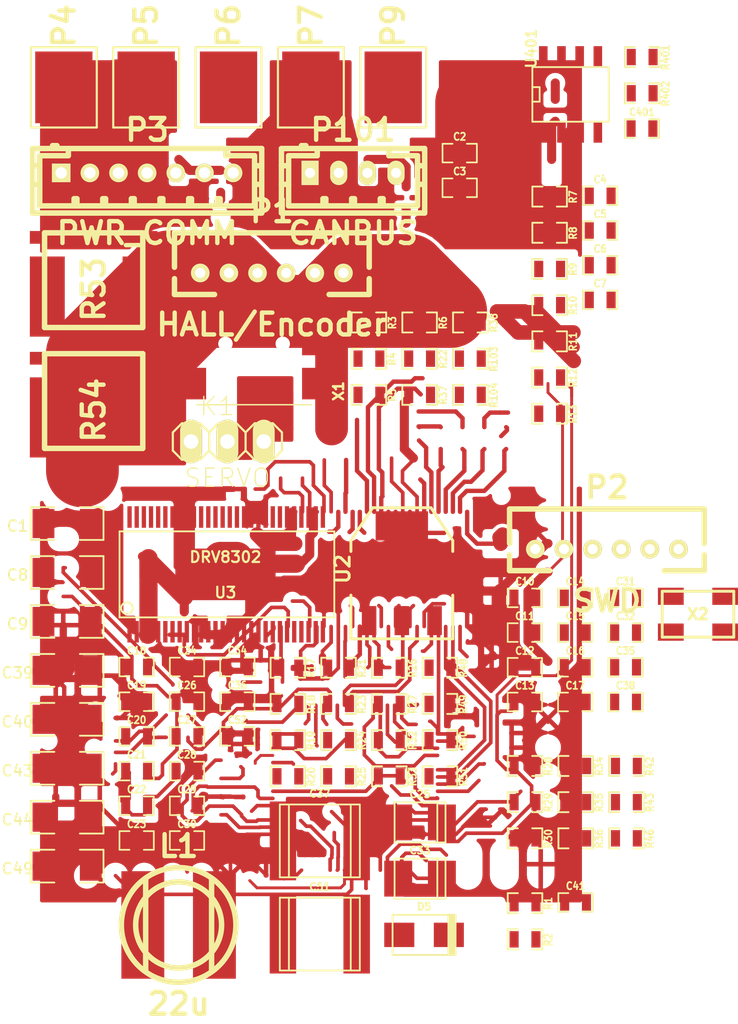
<source format=kicad_pcb>
(kicad_pcb (version 20221018) (generator pcbnew)
  (title_block (title "BLDC Driver 4.6") (date "30 Aug 2014") (rev "A") (company "Benjamin Vedder"))
  (layers (0 "F.Cu" signal) (1 "In1.Cu" signal "GND") (2 "In2.Cu" signal "GND2") (31 "B.Cu" signal) (34 "B.Paste" user) (35 "F.Paste" user) (36 "B.SilkS" user "B.Silkscreen") (37 "F.SilkS" user "F.Silkscreen") (38 "B.Mask" user) (39 "F.Mask" user) (44 "Edge.Cuts" user))
  (net 0 "")
  (net 1 "+5V")
  (net 2 "GND")
  (net 3 "NRST")
  (net 4 "Net-(C15-Pad1)")
  (net 5 "/Filters/TEMP_MOTOR")
  (net 6 "unconnected-(C16-Pad1)")
  (net 7 "unconnected-(C17-Pad1)")
  (net 8 "Net-(U3-GVDD)")
  (net 9 "Net-(U3-COMP)")
  (net 10 "Net-(C21-Pad2)")
  (net 11 "Net-(U3-DVDD)")
  (net 12 "Net-(U3-CP1)")
  (net 13 "Net-(U3-CP2)")
  (net 14 "Net-(U3-AVDD)")
  (net 15 "Net-(D4-K)")
  (net 16 "Net-(U3-BST_BK)")
  (net 17 "Net-(U3-BST_A)")
  (net 18 "Net-(U3-BST_B)")
  (net 19 "Net-(U3-BST_C)")
  (net 20 "Net-(U3-SN1)")
  (net 21 "Net-(U3-SP1)")
  (net 22 "Net-(U3-SN2)")
  (net 23 "Net-(C38-Pad1)")
  (net 24 "Net-(U3-SP2)")
  (net 25 "Net-(D1-A)")
  (net 26 "Net-(D2-A)")
  (net 27 "Net-(D3-A)")
  (net 28 "Net-(K1-P1)")
  (net 30 "/SCK_ADC_EXT")
  (net 31 "/TX_SDA")
  (net 32 "/RX_SCL_MOSI")
  (net 33 "/MISO_RX_SCL")
  (net 34 "Net-(U3-VSENSE)")
  (net 35 "Net-(U3-DTC)")
  (net 36 "Net-(U3-RT_CLK)")
  (net 37 "Net-(R6-Pad1)")
  (net 38 "SWCLK")
  (net 39 "SWDIO")
  (net 40 "VCC")
  (net 41 "V_SUPPLY")
  (net 42 "/MCU/AN_IN")
  (net 43 "/MCU/SERVO")
  (net 44 "/Mosfet driver/H1_VS")
  (net 45 "/Mosfet driver/H2_VS")
  (net 46 "/Mosfet driver/H3_VS")
  (net 47 "/Mosfet driver/H1_LOW")
  (net 48 "/Mosfet driver/H3_LOW")
  (net 49 "/MCU/SENS1")
  (net 50 "/MCU/SENS2")
  (net 51 "/Mosfet driver/M_H1")
  (net 52 "/Mosfet driver/M_L1")
  (net 53 "/MCU/SENS3")
  (net 54 "/Mosfet driver/M_H2")
  (net 55 "/Mosfet driver/M_L2")
  (net 56 "/Mosfet driver/M_H3")
  (net 57 "/Mosfet driver/M_L3")
  (net 58 "/Mosfet driver/SH1_A")
  (net 59 "/Mosfet driver/SH1_B")
  (net 60 "/Mosfet driver/SH2_A")
  (net 61 "/Mosfet driver/SH2_B")
  (net 62 "/MCU/BR_SO2")
  (net 63 "/MCU/BR_SO1")
  (net 64 "/MCU/DC_CAL")
  (net 65 "/MCU/L3")
  (net 66 "/MCU/L2")
  (net 67 "/MCU/L1")
  (net 68 "/MCU/EN_GATE")
  (net 69 "/MCU/FAULT")
  (net 70 "/MCU/H3")
  (net 71 "/MCU/H2")
  (net 72 "/MCU/H1")
  (net 73 "/MCU/USB_DM")
  (net 74 "/MCU/USB_DP")
  (net 75 "Net-(U3-BIAS)")
  (net 76 "/Filters/HALL3_OUT")
  (net 77 "/Filters/HALL2_OUT")
  (net 78 "/Filters/HALL1_OUT")
  (net 79 "unconnected-(R28-Pad1)")
  (net 80 "/Filters/HALL1_IN")
  (net 81 "/Filters/HALL2_IN")
  (net 82 "/Filters/HALL3_IN")
  (net 83 "/CAN bus transceiver/CANL")
  (net 84 "/CAN bus transceiver/CANH")
  (net 85 "/MCU/LED_GREEN")
  (net 86 "/MCU/LED_RED")
  (net 87 "Net-(R103-Pad2)")
  (net 88 "Net-(R104-Pad2)")
  (net 89 "Net-(R29-Pad1)")
  (net 90 "/CAN bus transceiver/CAN_RX")
  (net 91 "/CAN bus transceiver/CAN_TX")
  (net 92 "/MCU/ADC_TEMP")
  (net 93 "unconnected-(R34-Pad1)")
  (net 94 "Net-(R35-Pad1)")
  (net 95 "unconnected-(R42-Pad1)")
  (net 96 "Net-(R43-Pad1)")
  (net 97 "Net-(U401-Rs)")
  (footprint "CRF1:SMD-0603_r" (layer "F.Cu") (at 99.67543 122.69707)
    (fp_text reference "R21")
    (fp_text value "220k" hide)
  )
  (footprint "CRF1:SMD-0603_c" (layer "F.Cu") (at 85.574 122.645)
    (fp_text reference "C18")
    (fp_text value "2.2u" hide)
  )
  (footprint "CRF1:SMD-0603_r" (layer "F.Cu") (at 114.41543 92.36107)
    (fp_text reference "R8")
    (fp_text value "10k" hide)
  )
  (footprint "CRF1:SMD-0603_c" (layer "F.Cu") (at 108.134 89.22486)
    (fp_text reference "C3")
    (fp_text value "100n" hide)
  )
  (footprint "CRF1:SMD-0603_r" (layer "F.Cu") (at 119.77543 134.59507)
    (fp_text reference "R46")
    (fp_text value "39k" hide)
  )
  (footprint "CRF1:WSLP2726" (layer "F.Cu") (at 82.57313 102.19207)
    (fp_text reference "R54")
    (fp_text value "SHUNT" hide)
  )
  (footprint "CRF1:SMD-0603_r" (layer "F.Cu") (at 101.79543 101.14107)
    (fp_text reference "R4")
    (fp_text value "2k2" hide)
  )
  (footprint "CRF1:TSSOP-56-PP" (layer "F.Cu") (at 91.77541 116.18614)
    (fp_text reference "U3")
    (fp_text value "DRV8302")
  )
  (footprint "CRF1:SMD-0603_c" (layer "F.Cu") (at 117.944 97.04458)
    (fp_text reference "C7")
    (fp_text value "4n7" hide)
  )
  (footprint "w_smd_cap:c_2220" (layer "F.Cu") (at 98.36555 134.77462)
    (fp_text reference "C37")
    (fp_text value "15u,100V" hide)
  )
  (footprint "CRF1:SMD-0603_c" (layer "F.Cu") (at 112.684 122.66472)
    (fp_text reference "C12")
    (fp_text value "2.2u" hide)
  )
  (footprint "CRF1:SMD-0603_r" (layer "F.Cu") (at 108.87543 98.61707)
    (fp_text reference "R38")
    (fp_text value "100R" hide)
  )
  (footprint "CRF1:SMD-0603_r" (layer "F.Cu") (at 99.67543 127.74507)
    (fp_text reference "R24")
    (fp_text value "2k2" hide)
  )
  (footprint "CRF1:SMD-0603_r" (layer "F.Cu") (at 114.41543 102.45707)
    (fp_text reference "R12")
    (fp_text value "2k2" hide)
  )
  (footprint "CRF1:SMD-1206" (layer "F.Cu") (at 80.71893 126.29357)
    (fp_text reference "C40")
    (fp_text value "10u,50V" hide)
  )
  (footprint "CRF1:SMD-0603_c" (layer "F.Cu") (at 85.574 125.06486)
    (fp_text reference "C19")
    (fp_text value "120p" hide)
  )
  (footprint "CRF1:SMD-0603_r" (layer "F.Cu") (at 116.23543 132.07107)
    (fp_text reference "R35")
    (fp_text value "4R7" hide)
  )
  (footprint "CRF1:b7b-ph-kl" (layer "F.Cu") (at 86.30947 88.18549)
    (fp_text reference "P3")
    (fp_text value "PWR_COMM")
  )
  (footprint "CRF1:SMD-0603_r" (layer "F.Cu") (at 114.41543 97.40907)
    (fp_text reference "R10")
    (fp_text value "10k" hide)
  )
  (footprint "CRF1:SMD-1206" (layer "F.Cu") (at 80.71893 116.05457)
    (fp_text reference "C8")
    (fp_text value "10u,50V" hide)
  )
  (footprint "CRF1:SMD-0603_r" (layer "F.Cu") (at 103.21543 130.26907)
    (fp_text reference "R33")
    (fp_text value "2k2" hide)
  )
  (footprint "CRF1:SMD-0603_c" (layer "F.Cu") (at 117.944 92.20486)
    (fp_text reference "C5")
    (fp_text value "4n7" hide)
  )
  (footprint "CRF1:SMD-0603_c" (layer "F.Cu") (at 92.60828 125.06486)
    (fp_text reference "C36")
    (fp_text value "2.2n" hide)
  )
  (footprint "CRF1:MICRO_JST_6" (layer "F.Cu") (at 95.01551 95.16465)
    (fp_text reference "P1")
    (fp_text value "HALL/Encoder")
  )
  (footprint "CRF1:SMD-0603_c" (layer "F.Cu") (at 117.944 94.62472)
    (fp_text reference "C6")
    (fp_text value "4n7" hide)
  )
  (footprint "CRF1:SMD-0603_c" (layer "F.Cu") (at 119.71828 120.24486)
    (fp_text reference "C32")
    (fp_text value "100n" hide)
  )
  (footprint "CRF1:SMD-0603_c" (layer "F.Cu") (at 85.574 132.32444)
    (fp_text reference "C22")
    (fp_text value "22n" hide)
  )
  (footprint "CRF1:SMD-1206" (layer "F.Cu") (at 80.71893 129.70657)
    (fp_text reference "C43")
    (fp_text value "10u,50V" hide)
  )
  (footprint "CRF1:1PAD_4x5mm" (layer "F.Cu") (at 97.74043 82.22007)
    (fp_text reference "P7")
    (fp_text value "MOTOR2" hide)
  )
  (footprint "CRF1:SMD-0603_r" (layer "F.Cu") (at 106.75543 130.26907)
    (fp_text reference "R51")
    (fp_text value "100R" hide)
  )
  (footprint "CRF1:SMD-1206" (layer "F.Cu") (at 80.71893 133.11957)
    (fp_text reference "C44")
    (fp_text value "10u,50V" hide)
  )
  (footprint "w_smd_diode:do214ac" (layer "F.Cu") (at 105.64546 141.32811)
    (fp_text reference "D5")
    (fp_text value "TVS 5V" hide)
  )
  (footprint "CRF1:SMD-0603_r" (layer "F.Cu") (at 119.77543 129.54707)
    (fp_text reference "R42")
    (fp_text value "4R7" hide)
  )
  (footprint "w_smd_cap:c_2220" (layer "F.Cu") (at 98.36555 141.27372)
    (fp_text reference "C51")
    (fp_text value "15u, 100v" hide)
  )
  (footprint "CRF1:SMD-0603_r" (layer "F.Cu") (at 108.87543 101.14107)
    (fp_text reference "R103")
    (fp_text value "22R" hide)
  )
  (footprint "JST conn:b4b-ph-kl" (layer "F.Cu") (at 100.68719 88.18549)
    (fp_text reference "P101")
    (fp_text value "CANBUS")
  )
  (footprint "CRF1:SMD-0603_r" (layer "F.Cu") (at 96.13543 130.26907)
    (fp_text reference "R20")
    (fp_text value "10k" hide)
  )
  (footprint "CRF1:SMD-0603_r" (layer "F.Cu") (at 99.67543 130.26907)
    (fp_text reference "R25")
    (fp_text value "1M" hide)
  )
  (footprint "CRF1:SMD-0603_r" (layer "F.Cu") (at 114.41543 104.98107)
    (fp_text reference "R13")
    (fp_text value "2k2" hide)
  )
  (footprint "CRF1:SMD-0603_r" (layer "F.Cu") (at 105.33543 101.14107)
    (fp_text reference "R22")
    (fp_text value "2k2" hide)
  )
  (footprint "CRF1:WSLP2726" (layer "F.Cu") (at 82.57313 93.76257)
    (fp_text reference "R53")
    (fp_text value "SHUNT" hide)
  )
  (footprint "CRF1:SMD-0603_c" (layer "F.Cu") (at 85.574 127.48472)
    (fp_text reference "C20")
    (fp_text value "2.2u" hide)
  )
  (footprint "CRF1:SMD-0603_r" (layer "F.Cu") (at 112.69543 132.07107)
    (fp_text reference "R29")
    (fp_text value "4R7" hide)
  )
  (footprint "CRF1:SMD-0603_r" (layer "F.Cu") (at 105.33543 103.66507)
    (fp_text reference "R37")
    (fp_text value "100R" hide)
  )
  (footprint "CRF1:SMD-0603_r" (layer "F.Cu") (at 101.79543 103.66507)
    (fp_text reference "R5")
    (fp_text value "2k2" hide)
  )
  (footprint "w_smd_inductors:inductor_smd_8x5mm" (layer "F.Cu") (at 88.50643 140.63607)
    (fp_text reference "L1")
    (fp_text value "22u")
  )
  (footprint "CRF1:SMD-0603_c" (layer "F.Cu") (at 120.864 85.095)
    (fp_text reference "C401")
    (fp_text value "2.2u" hide)
  )
  (footprint "CRF1:SMD-0603_r" (layer "F.Cu") (at 116.23543 129.54707)
    (fp_text reference "R34")
    (fp_text value "4R7" hide)
  )
  (footprint "CRF1:SMD-0603_r" (layer "F.Cu") (at 120.87543 82.63107)
    (fp_text reference "R402")
    (fp_text value "10k" hide)
  )
  (footprint "CRF1:1PAD_4x5mm" (layer "F.Cu") (at 91.99043 82.22007)
    (fp_text reference "P6")
    (fp_text value "MOTOR1" hide)
  )
  (footprint "CRF1:SMD-0603_c" (layer "F.Cu") (at 119.71828 117.825)
    (fp_text reference "C31")
    (fp_text value "2.2u" hide)
  )
  (footprint "CRF1:SMD-0603_c" (layer "F.Cu") (at 89.09114 125.06486)
    (fp_text reference "C26")
    (fp_text value "2.2u" hide)
  )
  (footprint "CRF1:SOT-223" (layer "F.Cu") (at 104.09303 116.10867)
    (fp_text reference "U2")
    (fp_text value "TC2117" hide)
  )
  (footprint "CRF1:SMD-0603_c" (layer "F.Cu") (at 117.944 89.785)
    (fp_text reference "C4")
    (fp_text value "4n7" hide)
  )
  (footprint "CRF1:pinhead-1X03" (layer "F.Cu") (at 91.91163 106.91907)
    (fp_text reference "K1")
    (fp_text value "SERVO")
  )
  (footprint "CRF1:SMD-0603_c" (layer "F.Cu") (at 89.09114 127.48472)
    (fp_text reference "C27")
    (fp_text value "100n" hide)
  )
  (footprint "CRF1:SOIC-8-W" (layer "F.Cu") (at 115.87593 82.71184)
    (fp_text reference "U401")
    (fp_text value "SN65HVD232" hide)
  )
  (footprint "CRF1:SMD-0603_c" (layer "F.Cu") (at 89.09114 134.7443)
    (fp_text reference "C30")
    (fp_text value "220n" hide)
  )
  (footprint "CRF1:SMD-0603_r" (layer "F.Cu") (at 106.75543 127.74507)
    (fp_text reference "R50")
    (fp_text value "100R" hide)
  )
  (footprint "CRF1:SMD-0603_c" (layer "F.Cu") (at 92.60828 122.645)
    (fp_text reference "C34")
    (fp_text value "2.2n" hide)
  )
  (footprint "w_smd_cap:c_tant_B" (layer "F.Cu") (at 105.36479 133.48557)
    (fp_text reference "C25")
    (fp_text value "100u" hide)
  )
  (footprint "CRF1:SMD-0603_c" (layer "F.Cu") (at 89.09114 132.32444)
    (fp_text reference "C29")
    (fp_text value "220n" hide)
  )
  (footprint "CRF1:USB-UX60R-MB-5ST" (layer "F.Cu") (at 93.77543 100.10507)
    (fp_text reference "X1")
    (fp_text value "MINI-USB-SHIELD-32005-201" hide)
  )
  (footprint "CRF1:SMD-0603_c" (layer "F.Cu") (at 85.574 129.90458)
    (fp_text reference "C21")
    (fp_text value "6.8n" hide)
  )
  (footprint "CRF1:SMD-0603_r" (layer "F.Cu") (at 114.41543 94.88507)
    (fp_text reference "R9")
    (fp_text value "10k" hide)
  )
  (footprint "CRF1:SMD-0603_c" (layer "F.Cu") (at 92.60828 127.48472)
    (fp_text reference "C52")
    (fp_text value "2.2u" hide)
  )
  (footprint "CRF1:SMD-0603_c" (layer "F.Cu") (at 108.134 86.805)
    (fp_text reference "C2")
    (fp_text value "100n" hide)
  )
  (footprint "CRF1:SMD-0603_c" (layer "F.Cu") (at 119.71828 125.08458)
    (fp_text reference "C38")
    (fp_text value "15p" hide)
  )
  (footprint "CRF1:SMD-0603_c" (layer "F.Cu") (at 85.574 134.7443)
    (fp_text reference "C23")
    (fp_text value "2.2u" hide)
  )
  (footprint "CRF1:SMD-0603_r" (layer "F.Cu") (at 105.33543 98.61707)
    (fp_text reference "R6")
    (fp_text value "0R" hide)
  )
  (footprint "CRF1:SMD-0603_r" (layer "F.Cu") (at 114.41543 99.93307)
    (fp_text reference "R11")
    (fp_text value "2k2" hide)
  )
  (footprint "CRF1:SMD-1206" (layer "F.Cu") (at 80.71893 136.53257)
    (fp_text reference "C49")
    (fp_text value "10u,50V" hide)
  )
  (footprint "CRF1:SMD-1206" (layer "F.Cu") (at 80.71893 119.46757)
    (fp_text reference "C9")
    (fp_text value "10u,50V" hide)
  )
  (footprint "CRF1:SMD-0603_r" (layer "F.Cu") (at 108.87543 103.66507)
    (fp_text reference "R104")
    (fp_text value "22R" hide)
  )
  (footprint "CRF1:SMD-0603_r" (layer "F.Cu") (at 106.75543 122.69707)
    (fp_text reference "R48")
    (fp_text value "100R" hide)
  )
  (footprint "CRF1:SMD-0603_r" (layer "F.Cu") (at 103.21543 125.22107)
    (fp_text reference "R27")
    (fp_text value "2k2" hide)
  )
  (footprint "CRF1:SMD-0603_r" (layer "F.Cu") (at 114.41543 89.83707)
    (fp_text reference "R7")
    (fp_text value "10k" hide)
  )
  (footprint "CRF1:SMD-0603_r" (layer "F.Cu") (at 96.13543 127.74507)
    (fp_text reference "R19")
    (fp_text value "15k" hide)
  )
  (footprint "CRF1:SMD-0603_r" (layer "F.Cu") (at 96.13543 125.22107)
    (fp_text reference "R18")
    (fp_text value "3k3" hide)
  )
  (footprint "CRF1:1PAD_4x5mm" (layer "F.Cu") (at 103.49043 82.22007)
    (fp_text reference "P9")
    (fp_text value "MOTOR3" hide)
  )
  (footprint "w_smd_cap:c_tant_B" (layer "F.Cu") (at 105.36479 137.40657)
    (fp_text reference "C33")
    (fp_text value "100u" hide)
  )
  (footprint "CRF1:1PAD_4x5mm" (layer "F.Cu") (at 86.24043 82.22007)
    (fp_text reference "P5")
    (fp_text value "IN-" hide)
  )
  (footprint "CRF1:SMD-0603_r" (layer "F.Cu") (at 103.21543 127.74507)
    (fp_text reference "R32")
    (fp_text value "39k" hide)
  )
  (footprint "CRF1:SMD-0603_c" (layer "F.Cu") (at 119.71828 122.66472)
    (fp_text reference "C35")
    (fp_text value "2.2u" hide)
  )
  (footprint "CRF1:SMD-0603_r" (layer "F.Cu") (at 103.21543 122.69707)
    (fp_text reference "R26")
    (fp_text value "39k" hide)
  )
  (footprint "CRF1:SMD-0603_c" (layer "F.Cu") (at 116.20114 125.08458)
    (fp_text reference "C17")
    (fp_text value "2.2u" hide)
  )
  (footprint "CRF1:SMD-0603_r" (layer "F.Cu") (at 101.79543 98.61707)
    (fp_text reference "R3")
    (fp_text value "39k" hide)
  )
  (footprint "CRF1:SMD-0603_r" (layer "F.Cu") (at 112.69543 139.11707)
    (fp_text reference "R1")
    (fp_text value "NTC 10k" hide)
  )
  (footprint "CRF1:SMD-1206" (layer "F.Cu") (at 80.71893 112.64157)
    (fp_text reference "C1")
    (fp_text value "10u,50V" hide)
  )
  (footprint "CRF1:SMD-0603_r" (layer "F.Cu") (at 112.69543 141.64107)
    (fp_text reference "R2")
    (fp_text value "10k" hide)
  )
  (footprint "CRF1:SMD-0603_c" (layer "F.Cu") (at 116.20114 122.66472)
    (fp_text reference "C16")
    (fp_text value "2.2u" hide)
  )
  (footprint "CRF1:SMD-1206" (layer "F.Cu") (at 80.71893 122.88057)
    (fp_text reference "C39")
    (fp_text value "10u,50V" hide)
  )
  (footprint "CRF1:SMD-0603_r" (layer "F.Cu") (at 119.77543 132.07107)
    (fp_text reference "R43")
    (fp_text value "4R7" hide)
  )
  (footprint "CRF1:SMD-0603_c" (layer "F.Cu") (at 116.224 139.065)
    (fp_text reference "C41")
    (fp_text value "2.2u" hide)
  )
  (footprint "CRF1:1PAD_4x5mm" (layer "F.Cu") (at 80.49043 82.22007)
    (fp_text reference "P4")
    (fp_text value "IN+" hide)
  )
  (footprint "CRF1:SMD-0603_c" (layer "F.Cu") (at 112.684 120.24486)
    (fp_text reference "C11")
    (fp_text value "2.2u" hide)
  )
  (footprint "CRF1:SMD-0603_r" (layer "F.Cu") (at 96.13543 122.69707)
    (fp_text reference "R17")
    (fp_text value "18k" hide)
  )
  (footprint "CRF1:SMD-0603_r" (layer "F.Cu") (at 99.67543 125.22107)
    (fp_text reference "R23")
    (fp_text value "39k" hide)
  )
  (footprint "CRF1:Crystal_5x3mm" (layer "F.Cu") (at 124.77578 118.96419)
    (fp_text reference "X2")
    (fp_text value "8MHz 10ppm" hide)
  )
  (footprint "CRF1:SMD-0603_c" (layer "F.Cu") (at 116.20114 117.825)
    (fp_text reference "C14")
    (fp_text value "2.2u" hide)
  )
  (footprint "CRF1:SMD-0603_c" (layer "F.Cu") (at 112.684 117.825)
    (fp_text reference "C10")
    (fp_text value "2.2u" hide)
  )
  (footprint "CRF1:SMD-0603_r" (layer "F.Cu") (at 116.23543 134.59507)
    (fp_text reference "R36")
    (fp_text value "39k" hide)
  )
  (footprint "CRF1:SMD-0603_r" (layer "F.Cu") (at 112.69543 129.54707)
    (fp_text reference "R28")
    (fp_text value "4R7" hide)
  )
  (footprint "CRF1:SMD-0603_c" (layer "F.Cu") (at 89.09114 129.90458)
    (fp_text reference "C28")
    (fp_text value "220n" hide)
  )
  (footprint "CRF1:MICRO_JST_6" (layer "F.Cu") (at 118.41551 114.42465)
    (fp_text reference "P2")
    (fp_text value "SWD")
  )
  (footprint "CRF1:SMD-0603_c" (layer "F.Cu") (at 89.09114 122.645)
    (fp_text reference "C24")
    (fp_text value "2.2u" hide)
  )
  (footprint "CRF1:SMD-0603_c" (layer "F.Cu") (at 112.684 125.08458)
    (fp_text reference "C13")
    (fp_text value "2.2u" hide)
  )
  (footprint "CRF1:SMD-0603_r" (layer "F.Cu") (at 106.75543 125.22107)
    (fp_text reference "R49")
    (fp_text value "100R" hide)
  )
  (footprint "CRF1:SMD-0603_r" (layer "F.Cu") (at 112.69543 134.59507)
    (fp_text reference "R30")
    (fp_text value "39k" hide)
  )
  (footprint "CRF1:SMD-0603_c" (layer "F.Cu") (at 116.20114 120.24486)
    (fp_text reference "C15")
    (fp_text value "15p" hide)
  )
  (footprint "CRF1:SMD-0603_r" (layer "F.Cu") (at 120.87543 80.10707)
    (fp_text reference "R401")
    (fp_text value "NI" hide)
  )
  (segment (start 85.979 114.935) (end 86.106 115.062) (width 0.635) (layer "F.Cu") (net 1))
  (segment (start 86.106 115.062) (end 86.40064 115.062) (width 0.635) (layer "F.Cu") (net 1))
  (segment (start 88.9 118.8) (end 88.9 117.729) (width 0.635) (layer "F.Cu") (net 1))
  (segment (start 86.40064 115.062) (end 86.40064 120.35536) (width 1.27) (layer "F.Cu") (net 1))
  (segment (start 86.40064 120.35536) (end 86.36 120.396) (width 1.27) (layer "F.Cu") (net 1))
  (segment (start 86.40064 115.062) (end 86.40064 115.22964) (width 1.27) (layer "F.Cu") (net 1))
  (segment (start 86.40064 115.062) (end 86.40064 116.40064) (width 1.27) (layer "F.Cu") (net 1))
  (segment (start 86.40064 115.22964) (end 88.9 117.729) (width 1.27) (layer "F.Cu") (net 1))
  (segment (start 108.65612 118.16588) (end 109.474 117.348) (width 0.3048) (layer "F.Cu") (net 2))
  (segment (start 109.474 117.348) (end 110.998 117.348) (width 0.3048) (layer "F.Cu") (net 2))
  (segment (start 98.552 116.84) (end 99.568 115.824) (width 0.635) (layer "F.Cu") (net 2))
  (segment (start 99.568 115.824) (end 101.854 115.824) (width 0.635) (layer "F.Cu") (net 2))
  (segment (start 108.204 115.824) (end 109.728 117.348) (width 0.635) (layer "F.Cu") (net 2))
  (segment (start 109.728 117.348) (end 110.998 117.348) (width 0.635) (layer "F.Cu") (net 2))
  (segment (start 98.65614 118.64086) (end 98.933 118.364) (width 0.254) (layer "F.Cu") (net 2))
  (segment (start 98.933 118.364) (end 99.314 118.364) (width 0.254) (layer "F.Cu") (net 2))
  (segment (start 99.314 118.364) (end 99.6569 118.7069) (width 0.254) (layer "F.Cu") (net 2))
  (segment (start 99.6569 118.7069) (end 99.6569 119.8245) (width 0.254) (layer "F.Cu") (net 2))
  (segment (start 110.5535 121.72188) (end 108.65612 119.8245) (width 0.254) (layer "F.Cu") (net 2))
  (segment (start 98.933 123.444) (end 99.6569 122.7201) (width 0.254) (layer "F.Cu") (net 2))
  (segment (start 99.6569 122.7201) (end 99.6569 119.8245) (width 0.254) (layer "F.Cu") (net 2))
  (segment (start 98.552 116.84) (end 101.854 115.824) (width 0.254) (layer "F.Cu") (net 2))
  (segment (start 98.298 115.824) (end 97.536 116.586) (width 0.635) (layer "F.Cu") (net 2))
  (segment (start 95.885 116.586) (end 92.075 120.396) (width 0.635) (layer "F.Cu") (net 2))
  (segment (start 92.075 120.396) (end 90.424 120.396) (width 0.635) (layer "F.Cu") (net 2))
  (segment (start 97.028 123.063) (end 97.028 123.444) (width 0.254) (layer "F.Cu") (net 2))
  (segment (start 100.965 115.824) (end 99.314 117.475) (width 0.254) (layer "F.Cu") (net 2))
  (segment (start 101.473 115.824) (end 98.933 118.364) (width 0.254) (layer "F.Cu") (net 2))
  (segment (start 103.8098 134.3152) (end 102.58806 135.53694) (width 0.254) (layer "F.Cu") (net 2))
  (segment (start 102.58806 135.53694) (end 102.58806 136.81456) (width 0.254) (layer "F.Cu") (net 2))
  (segment (start 104.267 134.3152) (end 103.8098 134.3152) (width 0.254) (layer "F.Cu") (net 2))
  (segment (start 95.98406 132.81406) (end 96.139 132.969) (width 0.254) (layer "F.Cu") (net 2))
  (segment (start 96.139 132.969) (end 96.139 134.239) (width 0.254) (layer "F.Cu") (net 2))
  (segment (start 96.139 134.239) (end 96.0628 134.3152) (width 0.254) (layer "F.Cu") (net 2))
  (segment (start 96.0628 134.3152) (end 95.08744 134.3152) (width 0.254) (layer "F.Cu") (net 2))
  (segment (start 93.2688 134.3152) (end 92.12326 135.46074) (width 0.254) (layer "F.Cu") (net 2))
  (segment (start 114.18824 114.03076) (end 110.998 117.221) (width 0.635) (layer "F.Cu") (net 2))
  (segment (start 110.998 117.221) (end 110.998 117.348) (width 0.635) (layer "F.Cu") (net 2))
  (segment (start 110.871 119.38) (end 110.871 118.364) (width 1.016) (layer "F.Cu") (net 2))
  (segment (start 110.871 117.475) (end 110.998 117.348) (width 1.016) (layer "F.Cu") (net 2))
  (segment (start 91.6133 131.7633) (end 91.5 131.65) (width 0.254) (layer "F.Cu") (net 2))
  (segment (start 92.973 131.685) (end 93 131.712) (width 0.254) (layer "F.Cu") (net 2))
  (segment (start 80.6 122.775) (end 80.6 121.9) (width 1.27) (layer "F.Cu") (net 2))
  (segment (start 80.45 121.75) (end 80.6 121.9) (width 0.508) (layer "F.Cu") (net 2))
  (segment (start 82.8 123.45) (end 83 123.25) (width 0.508) (layer "F.Cu") (net 2))
  (segment (start 82.8 132.15) (end 83 132.35) (width 0.508) (layer "F.Cu") (net 2))
  (segment (start 79.925 130.514) (end 80.518 129.921) (width 0.3048) (layer "F.Cu") (net 2))
  (segment (start 80.518 129.921) (end 80.518 124.043) (width 0.3048) (layer "F.Cu") (net 2))
  (segment (start 80.518 124.043) (end 79.925 123.45) (width 0.3048) (layer "F.Cu") (net 2))
  (segment (start 88.138 133.223) (end 87.249 134.112) (width 0.3048) (layer "F.Cu") (net 2))
  (segment (start 87.249 134.112) (end 84.762 134.112) (width 0.3048) (layer "F.Cu") (net 2))
  (segment (start 84.762 134.112) (end 83 132.35) (width 0.3048) (layer "F.Cu") (net 2))
  (segment (start 84.493 126.2) (end 85.09 125.603) (width 0.3048) (layer "F.Cu") (net 2))
  (segment (start 85.09 125.603) (end 85.09 124.46) (width 0.3048) (layer "F.Cu") (net 2))
  (segment (start 85.09 124.46) (end 83.88 123.25) (width 0.3048) (layer "F.Cu") (net 2))
  (segment (start 83.88 123.25) (end 83 123.25) (width 0.3048) (layer "F.Cu") (net 2))
  (segment (start 97.241312 134.3152) (end 98.51263 135.586518) (width 0.254) (layer "F.Cu") (net 2))
  (segment (start 92.12326 135.68426) (end 92.71 136.271) (width 0.254) (layer "F.Cu") (net 2))
  (segment (start 92.71 136.271) (end 93.726 136.271) (width 0.254) (layer "F.Cu") (net 2))
  (segment (start 93.726 136.271) (end 94.615 137.16) (width 0.254) (layer "F.Cu") (net 2))
  (segment (start 92.12326 137.178) (end 92.10126 137.2) (width 0.254) (layer "F.Cu") (net 2))
  (segment (start 114.03076 126.25324) (end 113.03 127.254) (width 0.254) (layer "F.Cu") (net 2))
  (segment (start 113.03 127.254) (end 111.76 127.254) (width 0.254) (layer "F.Cu") (net 2))
  (segment (start 94.996 104.775) (end 95.758 105.029) (width 0.2032) (layer "F.Cu") (net 2))
  (segment (start 95.758 105.029) (end 95.758 104.902) (width 0.2032) (layer "F.Cu") (net 2))
  (segment (start 94.39656 104.902) (end 93.38056 105.283) (width 1.016) (layer "F.Cu") (net 2))
  (segment (start 93.38056 104.86644) (end 94.996 103.251) (width 1.016) (layer "F.Cu") (net 2))
  (segment (start 94.996 103.251) (end 95.758 104.902) (width 1.016) (layer "F.Cu") (net 2))
  (segment (start 95.631 106.172) (end 94.996 104.775) (width 1.27) (layer "F.Cu") (net 2))
  (segment (start 93.472 106.299) (end 93.38056 106.20756) (width 1.27) (layer "F.Cu") (net 2))
  (segment (start 93.38056 106.20756) (end 93.38056 105.918) (width 1.27) (layer "F.Cu") (net 2))
  (segment (start 94.996 106.299) (end 95.123 106.172) (width 1.27) (layer "F.Cu") (net 2))
  (segment (start 95.123 106.172) (end 95.631 106.172) (width 1.27) (layer "F.Cu") (net 2))
  (segment (start 95.631 106.172) (end 95.885 106.045) (width 1.27) (layer "F.Cu") (net 2))
  (segment (start 95.758 104.902) (end 94.39656 104.902) (width 1.016) (layer "F.Cu") (net 2))
  (segment (start 104.267 134.239) (end 103.269999 133.241999) (width 0.254) (layer "F.Cu") (net 2))
  (segment (start 101.854 115.824) (end 108.204 115.824) (width 0.635) (layer "F.Cu") (net 2))
  (segment (start 110.5535 121.92) (end 110.5535 121.72188) (width 0.254) (layer "F.Cu") (net 2))
  (segment (start 110.318353 121.92) (end 109.782385 122.455968) (width 0.508) (layer "F.Cu") (net 2))
  (segment (start 106.58856 134.3152) (end 107.8738 134.3152) (width 0.254) (layer "F.Cu") (net 2))
  (segment (start 90.424 120.396) (end 90.424 119.888) (width 0.635) (layer "F.Cu") (net 2))
  (segment (start 108.65612 119.8245) (end 108.65612 118.16588) (width 0.3048) (layer "F.Cu") (net 2))
  (segment (start 101.473 116.205) (end 101.854 115.824) (width 0.3048) (layer "F.Cu") (net 2))
  (segment (start 110.037172 133.126815) (end 110.586185 133.126815) (width 0.254) (layer "F.Cu") (net 2))
  (segment (start 91.351088 110.490012) (end 90.551 110.490012) (width 0.4064) (layer "F.Cu") (net 2))
  (segment (start 104.267 134.3152) (end 104.267 134.239) (width 0.254) (layer "F.Cu") (net 2))
  (segment (start 79.925 123.45) (end 80.6 122.775) (width 1.27) (layer "F.Cu") (net 2))
  (segment (start 95.08744 134.3152) (end 93.2688 134.3152) (width 0.254) (layer "F.Cu") (net 2))
  (segment (start 79.925 132.15) (end 79.925 130.514) (width 0.3048) (layer "F.Cu") (net 2))
  (segment (start 79.925 123.45) (end 82.8 123.45) (width 0.508) (layer "F.Cu") (net 2))
  (segment (start 114.3 126.25324) (end 114.03076 126.25324) (width 0.254) (layer "F.Cu") (net 2))
  (segment (start 79.925 132.15) (end 82.8 132.15) (width 0.508) (layer "F.Cu") (net 2))
  (segment (start 93.839986 104.78768) (end 93.472 104.775) (width 1.27) (layer "F.Cu") (net 2))
  (segment (start 92.964 122.174) (end 94.234 122.174) (width 0.254) (layer "F.Cu") (net 2))
  (segment (start 92.964 122.174) (end 92.1385 122.174) (width 0.254) (layer "F.Cu") (net 2))
  (segment (start 90.268948 131.685) (end 90.255293 131.671345) (width 0.254) (layer "F.Cu") (net 2))
  (segment (start 95.885 106.045) (end 95.631 106.172) (width 1.27) (layer "F.Cu") (net 2))
  (segment (start 110.5535 121.92) (end 110.318353 121.92) (width 0.508) (layer "F.Cu") (net 2))
  (segment (start 101.854 115.824) (end 101.473 115.824) (width 0.254) (layer "F.Cu") (net 2))
  (segment (start 95.08744 132.81406) (end 95.98406 132.81406) (width 0.254) (layer "F.Cu") (net 2))
  (segment (start 109.062185 133.126815) (end 110.037172 133.126815) (width 0.254) (layer "F.Cu") (net 2))
  (segment (start 97.028 123.444) (end 98.552 123.444) (width 0.254) (layer "F.Cu") (net 2))
  (segment (start 110.871 117.475) (end 110.871 118.364) (width 1.016) (layer "F.Cu") (net 2))
  (segment (start 102.470001 132.442001) (end 102.87 132.842) (width 0.254) (layer "F.Cu") (net 2))
  (segment (start 84.1 126.2) (end 84.493 126.2) (width 0.3048) (layer "F.Cu") (net 2))
  (segment (start 98.552 123.444) (end 98.933 123.444) (width 0.254) (layer "F.Cu") (net 2))
  (segment (start 98.65614 119.8245) (end 98.65614 118.64086) (width 0.254) (layer "F.Cu") (net 2))
  (segment (start 91.467 131.685) (end 92.973 131.685) (width 0.254) (layer "F.Cu") (net 2))
  (segment (start 80.45 119.72828) (end 80.45 121.75) (width 0.508) (layer "F.Cu") (net 2))
  (segment (start 93.38056 105.283) (end 93.38056 104.86644) (width 1.016) (layer "F.Cu") (net 2))
  (segment (start 79.925 132.15) (end 79.925 131.675) (width 0.508) (layer "F.Cu") (net 2))
  (segment (start 103.6574 113.169653) (end 103.709331 113.221584) (width 0.3048) (layer "F.Cu") (net 2))
  (segment (start 114.3 126.25324) (end 114.3 126.492) (width 0.254) (layer "F.Cu") (net 2))
  (segment (start 91.823218 122.489282) (end 91.823218 122.684218) (width 0.254) (layer "F.Cu") (net 2))
  (segment (start 101.854 115.824) (end 98.298 115.824) (width 0.635) (layer "F.Cu") (net 2))
  (segment (start 91.6051 110.236) (end 91.351088 110.490012) (width 0.4064) (layer "F.Cu") (net 2))
  (segment (start 95.758 104.902) (end 94.996 103.251) (width 0.2032) (layer "F.Cu") (net 2))
  (segment (start 103.6574 111.8235) (end 103.6574 113.169653) (width 0.3048) (layer "F.Cu") (net 2))
  (segment (start 114.3 114.03076) (end 114.18824 114.03076) (width 0.635) (layer "F.Cu") (net 2))
  (segment (start 95.885 103.505) (end 95.885 106.045) (width 1.27) (layer "F.Cu") (net 2))
  (segment (start 101.981 131.953) (end 102.470001 132.442001) (width 0.254) (layer "F.Cu") (net 2))
  (segment (start 92.12326 135.68426) (end 92.12326 137.178) (width 0.254) (layer "F.Cu") (net 2))
  (segment (start 91.467 131.685) (end 90.268948 131.685) (width 0.254) (layer "F.Cu") (net 2))
  (segment (start 111.76 127.254) (end 111.76 128.27) (width 0.254) (layer "F.Cu") (net 2))
  (segment (start 96.0628 134.3152) (end 97.241312 134.3152) (width 0.254) (layer "F.Cu") (net 2))
  (segment (start 88.138 131.699) (end 88.138 133.223) (width 0.3048) (layer "F.Cu") (net 2))
  (segment (start 90.424 120.396) (end 90.424 120.224) (width 0.508) (layer "F.Cu") (net 2))
  (segment (start 92.12326 135.46074) (end 92.12326 135.68426) (width 0.254) (layer "F.Cu") (net 2))
  (segment (start 96.139 132.969) (end 97.155 131.953) (width 0.254) (layer "F.Cu") (net 2))
  (segment (start 106.58856 134.3152) (end 104.267 134.3152) (width 0.254) (layer "F.Cu") (net 2))
  (segment (start 92.329 110.236) (end 91.6051 110.236) (width 0.4064) (layer "F.Cu") (net 2))
  (segment (start 101.854 115.824) (end 100.965 115.824) (width 0.254) (layer "F.Cu") (net 2))
  (segment (start 101.473 118.237) (end 101.473 116.205) (width 0.3048) (layer "F.Cu") (net 2))
  (segment (start 97.155 131.953) (end 101.981 131.953) (width 0.254) (layer "F.Cu") (net 2))
  (segment (start 92.1385 122.174) (end 91.823218 122.489282) (width 0.254) (layer "F.Cu") (net 2))
  (segment (start 107.8738 134.3152) (end 109.062185 133.126815) (width 0.254) (layer "F.Cu") (net 2))
  (segment (start 97.536 116.586) (end 95.885 116.586) (width 0.635) (layer "F.Cu") (net 2))
  (segment (start 103.269999 133.241999) (end 102.87 132.842) (width 0.254) (layer "F.Cu") (net 2))
  (segment (start 84.1 126.2) (end 86.3 126.2) (width 0.254) (layer "F.Cu") (net 2))
  (segment (start 100.0887 137.7823) (end 99.822 138.049) (width 0.2032) (layer "F.Cu") (net 3))
  (segment (start 99.822 138.049) (end 93.98 138.049) (width 0.2032) (layer "F.Cu") (net 3))
  (segment (start 93.98 138.049) (end 93.472 137.541) (width 0.2032) (layer "F.Cu") (net 3))
  (segment (start 100.168421 135.886337) (end 100.168421 133.712906) (width 0.254) (layer "F.Cu") (net 3))
  (segment (start 100.134279 136.768981) (end 100.134279 135.920479) (width 0.254) (layer "F.Cu") (net 3))
  (segment (start 100.0887 136.81456) (end 100.0887 137.7823) (width 0.2032) (layer "F.Cu") (net 3))
  (segment (start 100.0887 136.81456) (end 100.134279 136.768981) (width 0.254) (layer "F.Cu") (net 3))
  (segment (start 100.168421 133.712906) (end 99.187 132.731485) (width 0.254) (layer "F.Cu") (net 3))
  (segment (start 100.134279 135.920479) (end 100.168421 135.886337) (width 0.254) (layer "F.Cu") (net 3))
  (segment (start 99.202089 135.940165) (end 99.202089 135.741618) (width 0.254) (layer "F.Cu") (net 4))
  (segment (start 99.202089 135.741618) (end 99.217431 135.726276) (width 0.254) (layer "F.Cu") (net 4))
  (segment (start 97.719217 133.749999) (end 97.427999 133.749999) (width 0.254) (layer "F.Cu") (net 4))
  (segment (start 99.08794 136.054314) (end 99.202089 135.940165) (width 0.254) (layer "F.Cu") (net 4))
  (segment (start 99.217431 135.726276) (end 99.217431 135.248213) (width 0.254) (layer "F.Cu") (net 4))
  (segment (start 99.08794 136.81456) (end 99.08794 136.054314) (width 0.254) (layer "F.Cu") (net 4))
  (segment (start 97.427999 133.749999) (end 97.028 133.35) (width 0.254) (layer "F.Cu") (net 4))
  (segment (start 99.217431 135.248213) (end 97.719217 133.749999) (width 0.254) (layer "F.Cu") (net 4))
  (segment (start 100.256 138.504) (end 100.58908 138.17092) (width 0.254) (layer "F.Cu") (net 5))
  (segment (start 100.58908 138.17092) (end 100.58908 136.81456) (width 0.254) (layer "F.Cu") (net 5))
  (segment (start 85.40426 138.504) (end 84.10026 137.2) (width 0.254) (layer "F.Cu") (net 5))
  (segment (start 85.40426 138.504) (end 100.256 138.504) (width 0.254) (layer "F.Cu") (net 5))
  (segment (start 106.58856 127.8128) (end 107.769235 127.8128) (width 0.254) (layer "F.Cu") (net 6))
  (segment (start 107.886871 127.930436) (end 108.28687 128.330435) (width 0.254) (layer "F.Cu") (net 6))
  (segment (start 107.769235 127.8128) (end 107.886871 127.930436) (width 0.254) (layer "F.Cu") (net 6))
  (segment (start 97.5868 126.3142) (end 97.35 126.6) (width 0.254) (layer "F.Cu") (net 7))
  (segment (start 97.5868 125.31344) (end 97.5868 126.3142) (width 0.254) (layer "F.Cu") (net 7))
  (segment (start 101.15804 121.767598) (end 100.831698 122.09394) (width 0.3048) (layer "F.Cu") (net 8))
  (segment (start 101.15804 119.8245) (end 101.15804 121.767598) (width 0.3048) (layer "F.Cu") (net 8))
  (segment (start 100.831698 122.09394) (end 100.831698 122.555) (width 0.3048) (layer "F.Cu") (net 8))
  (segment (start 95.6564 122.0724) (end 95.758 122.174) (width 0.254) (layer "F.Cu") (net 9))
  (segment (start 95.6564 119.8245) (end 95.6564 122.0724) (width 0.254) (layer "F.Cu") (net 9))
  (segment (start 95.758 122.174) (end 95.758 123.698) (width 0.254) (layer "F.Cu") (net 9))
  (segment (start 92.964 123.698) (end 94.234 123.698) (width 0.254) (layer "F.Cu") (net 10))
  (segment (start 106.15676 121.04624) (end 105.664 121.539) (width 0.254) (layer "F.Cu") (net 11))
  (segment (start 105.664 121.539) (end 105.537 121.539) (width 0.254) (layer "F.Cu") (net 11))
  (segment (start 93.091 128.323291) (end 93.321003 128.553294) (width 0.254) (layer "F.Cu") (net 11))
  (segment (start 100.15728 119.8245) (end 100.15728 120.82907) (width 0.254) (layer "F.Cu") (net 11))
  (segment (start 100.132231 122.768568) (end 100.132231 123.334253) (width 0.254) (layer "F.Cu") (net 11))
  (segment (start 93.091 128.016) (end 93.091 128.323291) (width 0.254) (layer "F.Cu") (net 11))
  (segment (start 106.15676 119.8245) (end 106.15676 121.04624) (width 0.254) (layer "F.Cu") (net 11))
  (segment (start 100.15728 120.82907) (end 100.126896 120.859454) (width 0.254) (layer "F.Cu") (net 11))
  (segment (start 100.126896 120.859454) (end 100.126896 122.763233) (width 0.254) (layer "F.Cu") (net 11))
  (segment (start 100.126896 122.763233) (end 100.132231 122.768568) (width 0.254) (layer "F.Cu") (net 11))
  (segment (start 101.65842 121.08942) (end 101.854 121.285) (width 0.254) (layer "F.Cu") (net 12))
  (segment (start 101.854 121.285) (end 101.854 122.555) (width 0.254) (layer "F.Cu") (net 12))
  (segment (start 101.854 122.555) (end 101.727 122.682) (width 0.254) (layer "F.Cu") (net 12))
  (segment (start 101.65842 119.8245) (end 101.65842 121.08942) (width 0.254) (layer "F.Cu") (net 12))
  (segment (start 102.15626 120.82526) (end 102.489 121.158) (width 0.254) (layer "F.Cu") (net 13))
  (segment (start 102.489 121.158) (end 102.489 122.301) (width 0.254) (layer "F.Cu") (net 13))
  (segment (start 102.489 122.301) (end 102.87 122.682) (width 0.254) (layer "F.Cu") (net 13))
  (segment (start 102.87 122.682) (end 103.251 122.682) (width 0.254) (layer "F.Cu") (net 13))
  (segment (start 102.15626 119.8245) (end 102.15626 120.82526) (width 0.254) (layer "F.Cu") (net 13))
  (segment (start 108.15828 121.42978) (end 108.6485 121.92) (width 0.254) (layer "F.Cu") (net 14))
  (segment (start 98.1583 120.9167) (end 97.917 121.158) (width 0.254) (layer "F.Cu") (net 14))
  (segment (start 97.917 121.158) (end 97.409 121.158) (width 0.254) (layer "F.Cu") (net 14))
  (segment (start 97.409 121.158) (end 97.028 121.539) (width 0.254) (layer "F.Cu") (net 14))
  (segment (start 97.028 121.539) (end 97.028 121.92) (width 0.254) (layer "F.Cu") (net 14))
  (segment (start 108.15828 119.8245) (end 108.15828 121.42978) (width 0.254) (layer "F.Cu") (net 14))
  (segment (start 98.1583 119.8245) (end 98.1583 120.9167) (width 0.254) (layer "F.Cu") (net 14))
  (segment (start 97.663 113.538) (end 97.917 113.284) (width 0.635) (layer "F.Cu") (net 15))
  (segment (start 97.917 111.8235) (end 98.1583 111.8235) (width 0.3048) (layer "F.Cu") (net 15))
  (segment (start 91.39936 115.02136) (end 91.39936 115.062) (width 0.635) (layer "F.Cu") (net 15))
  (segment (start 97.028 115.443) (end 97.663 114.808) (width 0.635) (layer "F.Cu") (net 15))
  (segment (start 97.663 114.808) (end 97.663 113.538) (width 0.635) (layer "F.Cu") (net 15))
  (segment (start 90.805 114.935) (end 90.932 115.062) (width 1.016) (layer "F.Cu") (net 15))
  (segment (start 90.932 115.062) (end 91.39936 115.062) (width 1.016) (layer "F.Cu") (net 15))
  (segment (start 91.948 114.935) (end 91.821 115.062) (width 1.016) (layer "F.Cu") (net 15))
  (segment (start 91.821 115.062) (end 91.39936 115.062) (width 1.016) (layer "F.Cu") (net 15))
  (segment (start 92.943 115.443) (end 92.562 115.062) (width 1.27) (layer "F.Cu") (net 15))
  (segment (start 92.562 115.062) (end 91.39936 115.062) (width 1.27) (layer "F.Cu") (net 15))
  (segment (start 97.65792 110.48492) (end 97.155 109.982) (width 0.254) (layer "F.Cu") (net 15))
  (segment (start 97.155 109.982) (end 97.155 109.474) (width 0.254) (layer "F.Cu") (net 15))
  (segment (start 91.39936 115.062) (end 92.562 115.062) (width 2.286) (layer "F.Cu") (net 15))
  (segment (start 92.943 115.443) (end 96.708851 115.443) (width 1.27) (layer "F.Cu") (net 15))
  (segment (start 96.708851 115.443) (end 97.028 115.443) (width 0.635) (layer "F.Cu") (net 15))
  (segment (start 97.65792 111.8235) (end 97.917 111.8235) (width 0.3048) (layer "F.Cu") (net 15))
  (segment (start 97.65792 111.8235) (end 97.65792 110.48492) (width 0.254) (layer "F.Cu") (net 15))
  (segment (start 97.917 111.8235) (end 97.917 113.284) (width 0.635) (layer "F.Cu") (net 15))
  (segment (start 99.15652 110.45952) (end 98.679 109.982) (width 0.254) (layer "F.Cu") (net 17))
  (segment (start 98.679 109.982) (end 98.679 108.204) (width 0.254) (layer "F.Cu") (net 17))
  (segment (start 99.15652 111.8235) (end 99.15652 110.45952) (width 0.254) (layer "F.Cu") (net 17))
  (segment (start 100.965 108.966) (end 101.65842 109.65942) (width 0.3048) (layer "F.Cu") (net 18))
  (segment (start 101.65842 109.65942) (end 101.65842 111.8235) (width 0.3048) (layer "F.Cu") (net 18))
  (segment (start 100.965 108.966) (end 100.965 105.41) (width 0.3048) (layer "F.Cu") (net 18))
  (segment (start 103.378 109.70494) (end 103.378 108.9025) (width 0.254) (layer "F.Cu") (net 19))
  (segment (start 104.15778 111.8235) (end 104.15778 110.48472) (width 0.254) (layer "F.Cu") (net 19))
  (segment (start 104.15778 110.48472) (end 103.378 109.70494) (width 0.254) (layer "F.Cu") (net 19))
  (segment (start 103.378 108.9025) (end 103.378 108.077) (width 0.254) (layer "F.Cu") (net 19))
  (segment (start 106.65714 111.8235) (end 106.65714 108.98886) (width 0.3048) (layer "F.Cu") (net 20))
  (segment (start 106.807 107.442) (end 106.807 108.585) (width 0.3048) (layer "F.Cu") (net 20))
  (segment (start 106.65714 108.98886) (end 106.934 108.712) (width 0.3048) (layer "F.Cu") (net 20))
  (segment (start 106.807 108.585) (end 106.934 108.712) (width 0.3048) (layer "F.Cu") (net 20))
  (segment (start 97.15754 110.74654) (end 96.901 110.49) (width 0.254) (layer "F.Cu") (net 21))
  (segment (start 96.901 110.49) (end 95.885 110.49) (width 0.254) (layer "F.Cu") (net 21))
  (segment (start 95.885 110.49) (end 95.631 110.236) (width 0.254) (layer "F.Cu") (net 21))
  (segment (start 95.631 110.236) (end 95.631 109.474) (width 0.254) (layer "F.Cu") (net 21))
  (segment (start 108.458 108.966) (end 108.458 108.712) (width 0.3048) (layer "F.Cu") (net 21))
  (segment (start 108.170506 124.617006) (end 107.817006 124.617006) (width 0.254) (layer "F.Cu") (net 21))
  (segment (start 108.458 108.712) (end 108.458 107.569) (width 0.3048) (layer "F.Cu") (net 21))
  (segment (start 107.15752 111.8235) (end 107.15752 110.26648) (width 0.3048) (layer "F.Cu") (net 21))
  (segment (start 108.331 124.7775) (end 108.170506 124.617006) (width 0.254) (layer "F.Cu") (net 21))
  (segment (start 97.15754 111.8235) (end 97.15754 110.74654) (width 0.254) (layer "F.Cu") (net 21))
  (segment (start 108.458 107.569) (end 108.331 107.442) (width 0.3048) (layer "F.Cu") (net 21))
  (segment (start 107.15752 110.26648) (end 108.458 108.966) (width 0.3048) (layer "F.Cu") (net 21))
  (segment (start 108.331 125.349) (end 108.331 124.7775) (width 0.254) (layer "F.Cu") (net 21))
  (segment (start 108.925362 109.728) (end 109.728 108.925362) (width 0.3048) (layer "F.Cu") (net 22))
  (segment (start 108.458 109.728) (end 108.925362 109.728) (width 0.3048) (layer "F.Cu") (net 22))
  (segment (start 107.6579 111.8235) (end 107.6579 110.5281) (width 0.3048) (layer "F.Cu") (net 22))
  (segment (start 109.728 107.569) (end 109.855 107.442) (width 0.3048) (layer "F.Cu") (net 22))
  (segment (start 107.6579 110.5281) (end 108.458 109.728) (width 0.3048) (layer "F.Cu") (net 22))
  (segment (start 109.728 108.925362) (end 109.728 108.712) (width 0.3048) (layer "F.Cu") (net 22))
  (segment (start 109.728 108.712) (end 109.728 107.569) (width 0.3048) (layer "F.Cu") (net 22))
  (segment (start 99.633899 136.768981) (end 99.633899 135.920479) (width 0.254) (layer "F.Cu") (net 23))
  (segment (start 99.649241 135.905137) (end 99.649241 135.031907) (width 0.254) (layer "F.Cu") (net 23))
  (segment (start 99.649241 135.031907) (end 99.374925 134.757591) (width 0.254) (layer "F.Cu") (net 23))
  (segment (start 99.633899 135.920479) (end 99.649241 135.905137) (width 0.254) (layer "F.Cu") (net 23))
  (segment (start 99.58832 136.81456) (end 99.633899 136.768981) (width 0.254) (layer "F.Cu") (net 23))
  (segment (start 99.374925 134.757591) (end 99.374925 134.191906) (width 0.254) (layer "F.Cu") (net 23))
  (segment (start 111.252 107.569) (end 111.379 107.442) (width 0.3048) (layer "F.Cu") (net 24))
  (segment (start 111.252 108.712) (end 111.252 107.569) (width 0.3048) (layer "F.Cu") (net 24))
  (segment (start 111.252 108.966) (end 111.252 108.712) (width 0.3048) (layer "F.Cu") (net 24))
  (segment (start 108.621828 110.363) (end 109.855 110.363) (width 0.3048) (layer "F.Cu") (net 24))
  (segment (start 109.855 110.363) (end 111.252 108.966) (width 0.3048) (layer "F.Cu") (net 24))
  (segment (start 108.15828 110.826548) (end 108.621828 110.363) (width 0.3048) (layer "F.Cu") (net 24))
  (segment (start 108.15828 111.8235) (end 108.15828 110.826548) (width 0.3048) (layer "F.Cu") (net 24))
  (segment (start 106.58856 132.81406) (end 105.00106 132.81406) (width 0.254) (layer "F.Cu") (net 30))
  (segment (start 105.00106 132.81406) (end 104.775 132.588) (width 0.254) (layer "F.Cu") (net 30))
  (segment (start 102.489 127.889) (end 102.58806 127.78994) (width 0.254) (layer "F.Cu") (net 31))
  (segment (start 102.58806 127.78994) (end 102.58806 125.31344) (width 0.254) (layer "F.Cu") (net 31))
  (segment (start 104.47782 128.31318) (end 103.886 128.905) (width 0.254) (layer "F.Cu") (net 31))
  (segment (start 103.886 128.905) (end 102.997 128.905) (width 0.254) (layer "F.Cu") (net 31))
  (segment (start 102.997 128.905) (end 102.489 128.397) (width 0.254) (layer "F.Cu") (net 31))
  (segment (start 102.489 128.15622) (end 102.489 127.889) (width 0.254) (layer "F.Cu") (net 31))
  (segment (start 103.632 132.772685) (end 104.173755 133.31444) (width 0.254) (layer "F.Cu") (net 31))
  (segment (start 102.489 128.397) (end 102.489 128.15622) (width 0.2032) (layer "F.Cu") (net 31))
  (segment (start 103.632 132.207) (end 103.632 132.772685) (width 0.254) (layer "F.Cu") (net 31))
  (segment (start 105.68432 133.31444) (end 106.58856 133.31444) (width 0.254) (layer "F.Cu") (net 31))
  (segment (start 104.173755 133.31444) (end 105.68432 133.31444) (width 0.254) (layer "F.Cu") (net 31))
  (segment (start 106.58856 128.31318) (end 104.47782 128.31318) (width 0.254) (layer "F.Cu") (net 31))
  (segment (start 104.95788 129.54) (end 104.376728 129.54) (width 0.254) (layer "F.Cu") (net 32))
  (segment (start 101.473 128.096789) (end 101.473 128.241563) (width 0.254) (layer "F.Cu") (net 32))
  (segment (start 101.473 128.778) (end 102.235 129.54) (width 0.254) (layer "F.Cu") (net 32))
  (segment (start 104.123409 129.54) (end 102.235 129.54) (width 0.254) (layer "F.Cu") (net 32))
  (segment (start 104.123409 129.54) (end 104.31526 129.54) (width 0.254) (layer "F.Cu") (net 32))
  (segment (start 104.376728 129.54) (end 104.123409 129.54) (width 0.254) (layer "F.Cu") (net 32))
  (segment (start 101.473 126.83236) (end 101.473 128.096789) (width 0.254) (layer "F.Cu") (net 32))
  (segment (start 106.58856 128.81356) (end 105.68432 128.81356) (width 0.254) (layer "F.Cu") (net 32))
  (segment (start 106.58856 131.8133) (end 106.542981 131.767721) (width 0.254) (layer "F.Cu") (net 32))
  (segment (start 105.029 131.102242) (end 105.740058 131.8133) (width 0.254) (layer "F.Cu") (net 32))
  (segment (start 105.029 130.25374) (end 105.029 131.102242) (width 0.254) (layer "F.Cu") (net 32))
  (segment (start 105.68432 128.81356) (end 104.95788 129.54) (width 0.254) (layer "F.Cu") (net 32))
  (segment (start 102.08768 126.21768) (end 101.473 126.83236) (width 0.254) (layer "F.Cu") (net 32))
  (segment (start 101.473 128.578582) (end 101.473 128.778) (width 0.254) (layer "F.Cu") (net 32))
  (segment (start 105.740058 131.8133) (end 106.58856 131.8133) (width 0.254) (layer "F.Cu") (net 32))
  (segment (start 104.31526 129.54) (end 105.029 130.25374) (width 0.254) (layer "F.Cu") (net 32))
  (segment (start 101.473 128.241563) (end 101.473 128.578582) (width 0.254) (layer "F.Cu") (net 32))
  (segment (start 102.08768 125.31344) (end 102.08768 126.21768) (width 0.254) (layer "F.Cu") (net 32))
  (segment (start 104.775 131.572) (end 104.012992 131.572) (width 0.254) (layer "F.Cu") (net 33))
  (segment (start 105.51668 132.31368) (end 104.775 131.572) (width 0.254) (layer "F.Cu") (net 33))
  (segment (start 104.012992 131.572) (end 103.777991 131.336999) (width 0.254) (layer "F.Cu") (net 33))
  (segment (start 103.777991 131.336999) (end 103.377992 130.937) (width 0.254) (layer "F.Cu") (net 33))
  (segment (start 106.58856 132.31368) (end 105.51668 132.31368) (width 0.254) (layer "F.Cu") (net 33))
  (segment (start 96.15678 118.76278) (end 95.885 118.491) (width 0.254) (layer "F.Cu") (net 34))
  (segment (start 95.885 118.491) (end 94.996 118.491) (width 0.254) (layer "F.Cu") (net 34))
  (segment (start 94.996 118.491) (end 91.694 121.793) (width 0.254) (layer "F.Cu") (net 34))
  (segment (start 91.694 121.793) (end 89.154 121.793) (width 0.254) (layer "F.Cu") (net 34))
  (segment (start 89.154 121.793) (end 88.9 121.539) (width 0.254) (layer "F.Cu") (net 34))
  (segment (start 88.9 121.539) (end 88.9 120.396) (width 0.254) (layer "F.Cu") (net 34))
  (segment (start 87.884 120.396) (end 88.9 120.396) (width 0.3048) (layer "F.Cu") (net 34))
  (segment (start 96.15678 119.8245) (end 96.15678 118.76278) (width 0.254) (layer "F.Cu") (net 34))
  (segment (start 95.15856 119.97944) (end 94.615 120.523) (width 0.254) (layer "F.Cu") (net 36))
  (segment (start 95.15856 119.8245) (end 95.15856 119.97944) (width 0.254) (layer "F.Cu") (net 36))
  (segment (start 84.1 129.9) (end 83.9 130.1) (width 0.254) (layer "F.Cu") (net 37))
  (segment (start 84.1 129.4) (end 84.1 129.9) (width 0.254) (layer "F.Cu") (net 37))
  (segment (start 96.901 127.635) (end 96.58096 127.31496) (width 0.254) (layer "F.Cu") (net 38))
  (segment (start 96.58096 127.31496) (end 95.08744 127.31496) (width 0.254) (layer "F.Cu") (net 38))
  (segment (start 98.171 128.143) (end 98.08718 128.05918) (width 0.254) (layer "F.Cu") (net 39))
  (segment (start 98.08718 128.05918) (end 98.08718 125.31344) (width 0.254) (layer "F.Cu") (net 39))
  (segment (start 114.22126 116.02974) (end 112.903 117.348) (width 0.635) (layer "F.Cu") (net 40))
  (segment (start 112.903 117.348) (end 112.903 120.85574) (width 0.635) (layer "F.Cu") (net 40))
  (segment (start 112.903 120.85574) (end 114.3 122.25274) (width 0.635) (layer "F.Cu") (net 40))
  (segment (start 99.15652 120.93448) (end 98.552 121.539) (width 0.254) (layer "F.Cu") (net 40))
  (segment (start 98.552 121.539) (end 98.552 121.92) (width 0.254) (layer "F.Cu") (net 40))
  (segment (start 106.65714 127.24638) (end 106.58856 127.31496) (width 0.254) (layer "F.Cu") (net 40))
  (segment (start 107.88904 127.31496) (end 108.331 126.873) (width 0.254) (layer "F.Cu") (net 40))
  (segment (start 95.85 126.4) (end 96.93656 125.31344) (width 0.254) (layer "F.Cu") (net 40))
  (segment (start 96.93656 125.31344) (end 97.08896 125.31344) (width 0.254) (layer "F.Cu") (net 40))
  (segment (start 98.552 122.301) (end 98.552 121.92) (width 0.508) (layer "F.Cu") (net 40))
  (segment (start 96.74352 137.16) (end 96.139 137.16) (width 0.254) (layer "F.Cu") (net 40))
  (segment (start 93.218 126.365) (end 93.091 126.492) (width 0.254) (layer "F.Cu") (net 40))
  (segment (start 92.773 130.415) (end 93 130.188) (width 0.254) (layer "F.Cu") (net 40))
  (segment (start 93 129.75) (end 92.85 129.6) (width 0.254) (layer "F.Cu") (net 40))
  (segment (start 95.758 126.492) (end 93.091 126.492) (width 0.254) (layer "F.Cu") (net 40))
  (segment (start 106.58856 126.91096) (end 106.110493 126.432893) (width 0.254) (layer "F.Cu") (net 40))
  (segment (start 93 130.188) (end 93 129.75) (width 0.254) (layer "F.Cu") (net 40))
  (segment (start 91.467 130.415) (end 92.773 130.415) (width 0.254) (layer "F.Cu") (net 40))
  (segment (start 96.139 136.906) (end 96.139 137.16) (width 0.254) (layer "F.Cu") (net 40))
  (segment (start 108.569432 127.485117) (end 109.135117 127.485117) (width 0.254) (layer "F.Cu") (net 40))
  (segment (start 114.3 116.02974) (end 114.22126 116.02974) (width 0.635) (layer "F.Cu") (net 40))
  (segment (start 115.316 104.521) (end 114.3 103.505) (width 0.2032) (layer "F.Cu") (net 40))
  (segment (start 106.110493 126.432893) (end 106.044996 126.432893) (width 0.254) (layer "F.Cu") (net 40))
  (segment (start 95.58768 134.81304) (end 96.4 135.62536) (width 0.254) (layer "F.Cu") (net 40))
  (segment (start 106.65714 119.8245) (end 106.65714 127.24638) (width 0.254) (layer "F.Cu") (net 40))
  (segment (start 115.316 115.01374) (end 115.316 104.521) (width 0.2032) (layer "F.Cu") (net 40))
  (segment (start 108.331 126.873) (end 108.331 127.4445) (width 0.254) (layer "F.Cu") (net 40))
  (segment (start 114.3 103.505) (end 114.3 102.87) (width 0.2032) (layer "F.Cu") (net 40))
  (segment (start 95.631 137.16) (end 95.885 137.414) (width 0.254) (layer "F.Cu") (net 40))
  (segment (start 107.61218 133.81482) (end 109.377815 132.049185) (width 0.254) (layer "F.Cu") (net 40))
  (segment (start 97.08896 136.81456) (end 96.74352 137.16) (width 0.254) (layer "F.Cu") (net 40))
  (segment (start 106.58856 127.31496) (end 106.58856 126.91096) (width 0.254) (layer "F.Cu") (net 40))
  (segment (start 112.394988 131.318) (end 112.394988 131.318012) (width 0.254) (layer "F.Cu") (net 40))
  (segment (start 106.58856 127.31496) (end 107.88904 127.31496) (width 0.254) (layer "F.Cu") (net 40))
  (segment (start 99.15652 119.8245) (end 99.15652 120.93448) (width 0.254) (layer "F.Cu") (net 40))
  (segment (start 109.377815 132.049185) (end 111.114802 132.049185) (width 0.254) (layer "F.Cu") (net 40))
  (segment (start 106.58856 133.81482) (end 107.61218 133.81482) (width 0.254) (layer "F.Cu") (net 40))
  (segment (start 103.08844 135.91032) (end 103.99776 135.001) (width 0.254) (layer "F.Cu") (net 40))
  (segment (start 111.114802 132.049185) (end 111.663815 132.049185) (width 0.254) (layer "F.Cu") (net 40))
  (segment (start 105.283 135.001) (end 105.64425 135.36225) (width 0.254) (layer "F.Cu") (net 40))
  (segment (start 114.3 116.02974) (end 115.316 115.01374) (width 0.2032) (layer "F.Cu") (net 40))
  (segment (start 96.4 135.62536) (end 96.4 136.645) (width 0.254) (layer "F.Cu") (net 40))
  (segment (start 108.371617 127.485117) (end 108.569432 127.485117) (width 0.254) (layer "F.Cu") (net 40))
  (segment (start 95.85 126.4) (end 95.758 126.492) (width 0.254) (layer "F.Cu") (net 40))
  (segment (start 112.394988 131.318012) (end 111.663815 132.049185) (width 0.254) (layer "F.Cu") (net 40))
  (segment (start 95.08744 134.81304) (end 95.58768 134.81304) (width 0.254) (layer "F.Cu") (net 40))
  (segment (start 96.4 136.645) (end 96.139 136.906) (width 0.254) (layer "F.Cu") (net 40))
  (segment (start 108.331 127.4445) (end 108.371617 127.485117) (width 0.254) (layer "F.Cu") (net 40))
  (segment (start 103.08844 136.81456) (end 103.08844 135.91032) (width 0.254) (layer "F.Cu") (net 40))
  (segment (start 103.99776 135.001) (end 105.283 135.001) (width 0.254) (layer "F.Cu") (net 40))
  (segment (start 106.800502 135.36225) (end 107.200501 135.762249) (width 0.254) (layer "F.Cu") (net 40))
  (segment (start 105.64425 135.36225) (end 106.800502 135.36225) (width 0.254) (layer "F.Cu") (net 40))
  (segment (start 97.917 97.84842) (end 84.709 97.84842) (width 5.08) (layer "F.Cu") (net 41))
  (segment (start 107.50042 97.84842) (end 104.648 94.996) (width 5.08) (layer "F.Cu") (net 41))
  (segment (start 104.648 94.996) (end 100.76942 94.996) (width 5.08) (layer "F.Cu") (net 41))
  (segment (start 100.76942 94.996) (end 97.917 97.84842) (width 5.08) (layer "F.Cu") (net 41))
  (segment (start 95.30842 97.84842) (end 92.202 94.742) (width 5.08) (layer "F.Cu") (net 41))
  (segment (start 92.202 94.742) (end 87.81542 94.742) (width 5.08) (layer "F.Cu") (net 41))
  (segment (start 87.81542 94.742) (end 84.709 97.84842) (width 5.08) (layer "F.Cu") (net 41))
  (segment (start 83.566 108.966) (end 81.788 108.966) (width 0.635) (layer "F.Cu") (net 41))
  (segment (start 80.01 108.966) (end 80.01 107.188) (width 0.635) (layer "F.Cu") (net 41))
  (segment (start 81.788 107.188) (end 83.566 107.188) (width 0.635) (layer "F.Cu") (net 41))
  (segment (start 83.566 105.41) (end 81.788 105.41) (width 0.635) (layer "F.Cu") (net 41))
  (segment (start 80.01 105.41) (end 85.852 99.06) (width 0.635) (layer "F.Cu") (net 41))
  (segment (start 85.852 99.06) (end 85.852 98.044) (width 0.635) (layer "F.Cu") (net 41))
  (segment (start 85.852 98.044) (end 84.709 97.84842) (width 0.635) (layer "F.Cu") (net 41))
  (segment (start 81.788 100.76942) (end 84.709 97.84842) (width 5.08) (layer "F.Cu") (net 41))
  (segment (start 81.788 106.172) (end 90.11158 97.84842) (width 5.08) (layer "F.Cu") (net 41))
  (segment (start 90.11158 97.84842) (end 97.917 97.84842) (width 5.08) (layer "F.Cu") (net 41))
  (segment (start 108.65612 113.35512) (end 109.347 114.046) (width 0.3048) (layer "F.Cu") (net 41))
  (segment (start 109.347 114.046) (end 110.998 114.046) (width 0.3048) (layer "F.Cu") (net 41))
  (segment (start 96.3295 111.8235) (end 96.393 111.887) (width 0.3048) (layer "F.Cu") (net 41))
  (segment (start 96.4565 111.8235) (end 96.393 111.887) (width 0.3048) (layer "F.Cu") (net 41))
  (segment (start 110.921802 113.665) (end 110.998 114.046) (width 0.4064) (layer "F.Cu") (net 41))
  (segment (start 111.05642 97.84842) (end 110.744 97.84842) (width 0.635) (layer "F.Cu") (net 41))
  (segment (start 84.074 105.918) (end 83.566 105.41) (width 2.286) (layer "F.Cu") (net 41))
  (segment (start 111.31042 97.84842) (end 110.744 97.84842) (width 1.016) (layer "F.Cu") (net 41))
  (segment (start 111.125 113.411) (end 110.921802 113.614198) (width 1.016) (layer "F.Cu") (net 41))
  (segment (start 110.921802 113.614198) (end 110.998 114.046) (width 1.016) (layer "F.Cu") (net 41))
  (segment (start 116.1 101.3) (end 112.64842 97.84842) (width 1.016) (layer "F.Cu") (net 41))
  (segment (start 112.64842 97.84842) (end 110.744 97.84842) (width 1.016) (layer "F.Cu") (net 41))
  (segment (start 96.393 113.792) (end 96.647 114.046) (width 0.635) (layer "F.Cu") (net 41))
  (segment (start 94.615 114.046) (end 93.98 113.411) (width 1.016) (layer "F.Cu") (net 41))
  (segment (start 116.078 100.33) (end 113.59642 97.84842) (width 0.889) (layer "F.Cu") (net 41))
  (segment (start 113.59642 97.84842) (end 110.744 97.84842) (width 0.889) (layer "F.Cu") (net 41))
  (segment (start 98.65614 110.72114) (end 97.917 109.982) (width 0.254) (layer "F.Cu") (net 41))
  (segment (start 97.917 109.982) (end 97.917 108.585) (width 0.254) (layer "F.Cu") (net 41))
  (segment (start 97.917 108.585) (end 97.663 108.331) (width 0.254) (layer "F.Cu") (net 41))
  (segment (start 97.663 108.331) (end 95.25 108.331) (width 0.254) (layer "F.Cu") (net 41))
  (segment (start 95.25 108.331) (end 94.742 108.839) (width 0.254) (layer "F.Cu") (net 41))
  (segment (start 94.742 108.839) (end 94.742 109.982) (width 0.254) (layer "F.Cu") (net 41))
  (segment (start 94.742 109.982) (end 94.488 110.236) (width 0.254) (layer "F.Cu") (net 41))
  (segment (start 94.488 110.236) (end 93.853 110.236) (width 0.254) (layer "F.Cu") (net 41))
  (segment (start 99.187 99.11842) (end 97.917 97.84842) (width 1.27) (layer "F.Cu") (net 41))
  (segment (start 99.187 99.11842) (end 97.917 97.84842) (width 2.286) (layer "F.Cu") (net 41))
  (segment (start 81.788 107.188) (end 81.788 106.172) (width 5.08) (layer "F.Cu") (net 41))
  (segment (start 88.22944 105.918) (end 88.22944 105.88244) (width 1.016) (layer "F.Cu") (net 41))
  (segment (start 96.4565 112.9665) (end 96.012 113.411) (width 0.635) (layer "F.Cu") (net 41))
  (segment (start 96.393 111.887) (end 96.393 113.792) (width 0.635) (layer "F.Cu") (net 41))
  (segment (start 116.078 99.314) (end 112.20958 99.314) (width 1.016) (layer "F.Cu") (net 41))
  (segment (start 97.917 97.84842) (end 107.50042 97.84842) (width 5.08) (layer "F.Cu") (net 41))
  (segment (start 108.65612 111.8235) (end 108.65612 113.35512) (width 0.3048) (layer "F.Cu") (net 41))
  (segment (start 96.647 114.046) (end 94.615 114.046) (width 1.016) (layer "F.Cu") (net 41))
  (segment (start 97.917 97.84842) (end 95.30842 97.84842) (width 5.08) (layer "F.Cu") (net 41))
  (segment (start 96.4565 111.8235) (end 96.4565 112.9665) (width 0.635) (layer "F.Cu") (net 41))
  (segment (start 99.187 103.505) (end 99.187 106.045) (width 1.27) (layer "F.Cu") (net 41))
  (segment (start 99.187 106.045) (end 99.187 99.11842) (width 2.286) (layer "F.Cu") (net 41))
  (segment (start 99.187 103.505) (end 99.187 99.11842) (width 1.27) (layer "F.Cu") (net 41))
  (segment (start 81.788 108.966) (end 81.788 100.76942) (width 5.08) (layer "F.Cu") (net 41))
  (segment (start 96.012 113.411) (end 93.98 113.411) (width 0.635) (layer "F.Cu") (net 41))
  (segment (start 98.65614 111.8235) (end 98.65614 110.72114) (width 0.254) (layer "F.Cu") (net 41))
  (segment (start 96.15678 111.8235) (end 96.3295 111.8235) (width 0.3048) (layer "F.Cu") (net 41))
  (segment (start 96.65716 111.8235) (end 96.4565 111.8235) (width 0.3048) (layer "F.Cu") (net 41))
  (segment (start 112.20958 99.314) (end 110.744 97.84842) (width 1.016) (layer "F.Cu") (net 41))
  (segment (start 101.5873 136.81456) (end 101.5873 138.07312) (width 0.254) (layer "F.Cu") (net 42))
  (segment (start 101.5873 138.07312) (end 101.6 138.08582) (width 0.254) (layer "F.Cu") (net 42))
  (segment (start 101.577972 131.31292) (end 102.658694 130.232198) (width 0.254) (layer "F.Cu") (net 43))
  (segment (start 103.899259 130.232198) (end 103.9108 130.243739) (width 0.254) (layer "F.Cu") (net 43))
  (segment (start 102.658694 130.232198) (end 103.899259 130.232198) (width 0.254) (layer "F.Cu") (net 43))
  (segment (start 95.08744 131.31292) (end 101.577972 131.31292) (width 0.254) (layer "F.Cu") (net 43))
  (segment (start 103.9108 130.243739) (end 104.310799 130.643738) (width 0.254) (layer "F.Cu") (net 43))
  (segment (start 113.03 88.138) (end 112.522 88.646) (width 0.635) (layer "F.Cu") (net 44))
  (segment (start 112.522 86.868) (end 112.014 87.376) (width 0.635) (layer "F.Cu") (net 44))
  (segment (start 112.014 87.376) (end 111.506 87.376) (width 0.635) (layer "F.Cu") (net 44))
  (segment (start 111.506 87.376) (end 110.744 86.868) (width 0.635) (layer "F.Cu") (net 44))
  (segment (start 110.744 88.646) (end 110.49 88.9) (width 0.635) (layer "F.Cu") (net 44))
  (segment (start 110.49 88.9) (end 108.966 88.646) (width 0.635) (layer "F.Cu") (net 44))
  (segment (start 108.966 86.868) (end 108.712 86.614) (width 0.635) (layer "F.Cu") (net 44))
  (segment (start 108.712 86.614) (end 106.934 86.868) (width 0.635) (layer "F.Cu") (net 44))
  (segment (start 106.934 88.646) (end 106.934 87.63) (width 0.635) (layer "F.Cu") (net 44))
  (segment (start 106.934 87.63) (end 106.68 87.50046) (width 0.635) (layer "F.Cu") (net 44))
  (segment (start 107.31246 87.50046) (end 107.95 87.63) (width 0.635) (layer "F.Cu") (net 44))
  (segment (start 107.95 87.63) (end 108.204 87.24646) (width 0.635) (layer "F.Cu") (net 44))
  (segment (start 108.204 87.376) (end 107.95 87.63) (width 0.635) (layer "F.Cu") (net 44))
  (segment (start 108.58754 87.24646) (end 108.71708 87.376) (width 0.635) (layer "F.Cu") (net 44))
  (segment (start 108.71708 87.376) (end 113.284 87.376) (width 0.635) (layer "F.Cu") (net 44))
  (segment (start 113.284 87.376) (end 113.284 87.24646) (width 0.635) (layer "F.Cu") (net 44))
  (segment (start 106.934 89.154) (end 107.696 89.916) (width 2.286) (layer "F.Cu") (net 44))
  (segment (start 107.696 89.916) (end 109.474 89.408) (width 2.286) (layer "F.Cu") (net 44))
  (segment (start 109.474 89.408) (end 112.014 87.376) (width 2.286) (layer "F.Cu") (net 44))
  (segment (start 112.014 87.376) (end 112.014 87.24646) (width 2.286) (layer "F.Cu") (net 44))
  (segment (start 111.88446 87.376) (end 108.71708 87.376) (width 2.286) (layer "F.Cu") (net 44))
  (segment (start 108.966 83.312) (end 108.966 86.868) (width 5.08) (layer "F.Cu") (net 44))
  (segment (start 106.68 87.50046) (end 106.68 90.17) (width 0.635) (layer "F.Cu") (net 44))
  (segment (start 106.68 90.17) (end 106.934 90.424) (width 0.635) (layer "F.Cu") (net 44))
  (segment (start 112.522 90.424) (end 112.522 88.646) (width 0.635) (layer "F.Cu") (net 44))
  (segment (start 108.966 90.424) (end 110.744 90.424) (width 1.27) (layer "F.Cu") (net 44))
  (segment (start 110.744 90.424) (end 112.522 90.424) (width 1.27) (layer "F.Cu") (net 44))
  (segment (start 112.522 90.424) (end 112.522 89.916) (width 1.27) (layer "F.Cu") (net 44))
  (segment (start 112.522 89.916) (end 111.252 89.916) (width 1.27) (layer "F.Cu") (net 44))
  (segment (start 111.252 89.916) (end 110.744 90.424) (width 1.27) (layer "F.Cu") (net 44))
  (segment (start 110.744 89.916) (end 110.744 90.424) (width 1.27) (layer "F.Cu") (net 44))
  (segment (start 112.014 86.36) (end 108.966 83.312) (width 2.286) (layer "F.Cu") (net 44))
  (segment (start 108.966 83.312) (end 109.474 82.804) (width 2.286) (layer "F.Cu") (net 44))
  (segment (start 108.966 82.804) (end 107.696 81.534) (width 0.2032) (layer "F.Cu") (net 44))
  (segment (start 109.474 81.534) (end 111.252 81.534) (width 0.2032) (layer "F.Cu") (net 44))
  (segment (start 112.014 87.24646) (end 112.014 86.36) (width 2.286) (layer "F.Cu") (net 44))
  (segment (start 112.014 87.24646) (end 111.88446 87.376) (width 2.286) (layer "F.Cu") (net 44))
  (segment (start 109.474 82.804) (end 109.474 87.24646) (width 0.254) (layer "F.Cu") (net 44))
  (segment (start 108.204 87.24646) (end 108.58754 87.24646) (width 0.635) (layer "F.Cu") (net 44))
  (segment (start 106.934 90.424) (end 108.966 90.424) (width 1.27) (layer "F.Cu") (net 44))
  (segment (start 106.68 87.50046) (end 107.31246 87.50046) (width 0.635) (layer "F.Cu") (net 44))
  (segment (start 109.474 82.804) (end 108.966 82.804) (width 0.2032) (layer "F.Cu") (net 44))
  (segment (start 113.284 87.24646) (end 113.03 88.138) (width 0.635) (layer "F.Cu") (net 44))
  (segment (start 112.522 88.646) (end 110.744 89.916) (width 1.27) (layer "F.Cu") (net 44))
  (segment (start 100.15728 110.535732) (end 100.203 110.490012) (width 0.3048) (layer "F.Cu") (net 44))
  (segment (start 106.934 87.24646) (end 106.934 89.154) (width 2.286) (layer "F.Cu") (net 44))
  (segment (start 106.934 87.24646) (end 106.68 87.50046) (width 0.635) (layer "F.Cu") (net 44))
  (segment (start 100.203 108.204) (end 100.203 110.490012) (width 0.3048) (layer "F.Cu") (net 44))
  (segment (start 108.204 87.24646) (end 108.204 87.376) (width 0.635) (layer "F.Cu") (net 44))
  (segment (start 100.15728 111.8235) (end 100.15728 110.535732) (width 0.3048) (layer "F.Cu") (net 44))
  (segment (start 100.33254 87.122) (end 99.822 87.122) (width 0.635) (layer "F.Cu") (net 45))
  (segment (start 97.79 87.122) (end 95.758 87.122) (width 0.635) (layer "F.Cu") (net 45))
  (segment (start 97.79 88.9) (end 99.822 88.9) (width 0.635) (layer "F.Cu") (net 45))
  (segment (start 99.822 90.678) (end 98.044 90.932) (width 0.635) (layer "F.Cu") (net 45))
  (segment (start 98.044 90.932) (end 97.79 90.678) (width 0.635) (layer "F.Cu") (net 45))
  (segment (start 93.98 87.122) (end 93.726 88.392) (width 0.635) (layer "F.Cu") (net 45))
  (segment (start 93.726 88.392) (end 93.98 88.646) (width 0.635) (layer "F.Cu") (net 45))
  (segment (start 93.98 90.678) (end 95.758 90.678) (width 1.27) (layer "F.Cu") (net 45))
  (segment (start 95.758 90.678) (end 95.758 88.9) (width 1.27) (layer "F.Cu") (net 45))
  (segment (start 95.758 88.9) (end 93.98 90.678) (width 1.27) (layer "F.Cu") (net 45))
  (segment (start 97.79 90.678) (end 99.822 90.678) (width 1.27) (layer "F.Cu") (net 45))
  (segment (start 99.822 90.678) (end 99.822 88.9) (width 1.27) (layer "F.Cu") (net 45))
  (segment (start 99.822 88.9) (end 99.568 88.9) (width 1.27) (layer "F.Cu") (net 45))
  (segment (start 99.568 88.9) (end 97.79 90.678) (width 1.27) (layer "F.Cu") (net 45))
  (segment (start 95.377 87.24646) (end 93.98 88.64346) (width 1.27) (layer "F.Cu") (net 45))
  (segment (start 93.98 88.64346) (end 93.98 88.9) (width 1.27) (layer "F.Cu") (net 45))
  (segment (start 96.012 90.678) (end 97.79 88.9) (width 1.27) (layer "F.Cu") (net 45))
  (segment (start 98.171 82.804) (end 99.441 81.534) (width 0.2032) (layer "F.Cu") (net 45))
  (segment (start 97.79 81.534) (end 96.139 81.534) (width 0.2032) (layer "F.Cu") (net 45))
  (segment (start 95.758 90.678) (end 97.79 90.678) (width 1.27) (layer "F.Cu") (net 45))
  (segment (start 102.65664 110.829088) (end 102.743 110.742728) (width 0.3048) (layer "F.Cu") (net 45))
  (segment (start 100.457 87.24646) (end 100.33254 87.122) (width 0.635) (layer "F.Cu") (net 45))
  (segment (start 102.489 105.41) (end 102.489 104.5337) (width 0.3048) (layer "F.Cu") (net 45))
  (segment (start 100.457 87.24646) (end 99.187 87.24646) (width 0.508) (layer "F.Cu") (net 45))
  (segment (start 94.107 87.24646) (end 95.377 87.24646) (width 1.27) (layer "F.Cu") (net 45))
  (segment (start 93.98 88.9) (end 93.98 90.678) (width 1.27) (layer "F.Cu") (net 45))
  (segment (start 95.758 90.678) (end 96.012 90.678) (width 1.27) (layer "F.Cu") (net 45))
  (segment (start 102.65664 111.8235) (end 102.65664 110.829088) (width 0.3048) (layer "F.Cu") (net 45))
  (segment (start 102.730299 110.730027) (end 102.730299 109.080299) (width 0.3048) (layer "F.Cu") (net 45))
  (segment (start 102.65664 111.8235) (end 102.63887 111.80573) (width 0.3048) (layer "F.Cu") (net 45))
  (segment (start 105.009993 103.231993) (end 105.010001 103.232001) (width 0.3048) (layer "F.Cu") (net 45))
  (segment (start 102.743 110.742728) (end 102.730299 110.730027) (width 0.3048) (layer "F.Cu") (net 45))
  (segment (start 102.489 104.5337) (end 103.790707 103.231993) (width 0.3048) (layer "F.Cu") (net 45))
  (segment (start 99.822 87.122) (end 99.822 88.9) (width 1.27) (layer "F.Cu") (net 45))
  (segment (start 97.79 82.804) (end 98.171 82.804) (width 0.2032) (layer "F.Cu") (net 45))
  (segment (start 102.489 108.839) (end 102.489 105.41) (width 0.3048) (layer "F.Cu") (net 45))
  (segment (start 105.010001 103.232001) (end 105.41 103.632) (width 0.3048) (layer "F.Cu") (net 45))
  (segment (start 102.730299 109.080299) (end 102.489 108.839) (width 0.3048) (layer "F.Cu") (net 45))
  (segment (start 103.790707 103.231993) (end 105.009993 103.231993) (width 0.3048) (layer "F.Cu") (net 45))
  (segment (start 95.377 87.24646) (end 96.647 87.24646) (width 1.27) (layer "F.Cu") (net 45))
  (segment (start 97.79 82.804) (end 97.79 87.122) (width 5.08) (layer "F.Cu") (net 45))
  (segment (start 93.98 88.9) (end 95.758 88.9) (width 0.635) (layer "F.Cu") (net 45))
  (segment (start 83.312 85.598) (end 83.312 87.122) (width 5.08) (layer "F.Cu") (net 46))
  (segment (start 83.312 87.122) (end 83.185 87.24646) (width 5.08) (layer "F.Cu") (net 46))
  (segment (start 85.725 87.24646) (end 82.169 87.24646) (width 0.508) (layer "F.Cu") (net 46))
  (segment (start 82.169 87.24646) (end 80.899 87.24646) (width 0.508) (layer "F.Cu") (net 46))
  (segment (start 86.36 87.122) (end 84.582 87.122) (width 0.508) (layer "F.Cu") (net 46))
  (segment (start 82.804 87.122) (end 81.026 87.122) (width 0.508) (layer "F.Cu") (net 46))
  (segment (start 86.36 90.932) (end 84.836 90.678) (width 0.508) (layer "F.Cu") (net 46))
  (segment (start 84.836 90.678) (end 84.582 90.932) (width 0.508) (layer "F.Cu") (net 46))
  (segment (start 84.582 90.932) (end 82.804 90.932) (width 1.27) (layer "F.Cu") (net 46))
  (segment (start 82.804 90.932) (end 81.026 90.932) (width 1.27) (layer "F.Cu") (net 46))
  (segment (start 81.026 90.932) (end 81.026 89.154) (width 1.27) (layer "F.Cu") (net 46))
  (segment (start 81.026 89.154) (end 82.804 89.154) (width 1.27) (layer "F.Cu") (net 46))
  (segment (start 82.804 89.154) (end 82.804 90.932) (width 1.27) (layer "F.Cu") (net 46))
  (segment (start 82.804 90.932) (end 81.026 89.154) (width 1.27) (layer "F.Cu") (net 46))
  (segment (start 84.582 90.932) (end 82.804 89.154) (width 1.27) (layer "F.Cu") (net 46))
  (segment (start 84.582 89.154) (end 86.36 90.932) (width 1.27) (layer "F.Cu") (net 46))
  (segment (start 86.36 90.932) (end 86.36 89.154) (width 1.27) (layer "F.Cu") (net 46))
  (segment (start 86.36 87.62746) (end 85.08746 87.62746) (width 1.27) (layer "F.Cu") (net 46))
  (segment (start 85.08746 87.62746) (end 84.582 87.122) (width 1.27) (layer "F.Cu") (net 46))
  (segment (start 86.36 87.122) (end 86.36 87.376) (width 1.27) (layer "F.Cu") (net 46))
  (segment (start 86.36 87.376) (end 84.582 89.154) (width 1.27) (layer "F.Cu") (net 46))
  (segment (start 85.979 83.693) (end 85.09 82.804) (width 2.286) (layer "F.Cu") (net 46))
  (segment (start 85.09 81.534) (end 83.312 81.534) (width 0.2032) (layer "F.Cu") (net 46))
  (segment (start 85.979 87.24646) (end 85.979 83.693) (width 2.286) (layer "F.Cu") (net 46))
  (segment (start 84.582 89.154) (end 84.582 90.932) (width 1.27) (layer "F.Cu") (net 46))
  (segment (start 104.267 107.442) (end 104.902 108.077) (width 0.635) (layer "F.Cu") (net 46))
  (segment (start 86.36 89.154) (end 86.36 87.122) (width 1.27) (layer "F.Cu") (net 46))
  (segment (start 86.995 87.24646) (end 85.725 87.24646) (width 0.508) (layer "F.Cu") (net 46))
  (segment (start 86.36 89.154) (end 84.582 89.154) (width 1.27) (layer "F.Cu") (net 46))
  (segment (start 105.15854 110.779958) (end 104.14 109.761418) (width 0.254) (layer "F.Cu") (net 46))
  (segment (start 86.36 90.932) (end 84.582 90.932) (width 1.27) (layer "F.Cu") (net 46))
  (segment (start 84.328 82.804) (end 83.312 85.598) (width 5.08) (layer "F.Cu") (net 46))
  (segment (start 104.14 109.761418) (end 104.14 108.966) (width 0.254) (layer "F.Cu") (net 46))
  (segment (start 104.5 104.000266) (end 104.267 104.233266) (width 0.635) (layer "F.Cu") (net 46))
  (segment (start 105.15854 111.8235) (end 105.15854 110.779958) (width 0.254) (layer "F.Cu") (net 46))
  (segment (start 104.267 104.233266) (end 104.267 107.442) (width 0.635) (layer "F.Cu") (net 46))
  (segment (start 104.14 108.966) (end 104.902 108.204) (width 0.254) (layer "F.Cu") (net 46))
  (segment (start 85.979 87.24646) (end 86.36 87.62746) (width 1.27) (layer "F.Cu") (net 46))
  (segment (start 87.376 81.534) (end 86.868 81.534) (width 0.2032) (layer "F.Cu") (net 46))
  (segment (start 104.902 108.204) (end 104.902 108.077) (width 0.254) (layer "F.Cu") (net 46))
  (segment (start 101.15804 112.96904) (end 101.473 113.284) (width 0.3048) (layer "F.Cu") (net 47))
  (segment (start 101.15804 111.8235) (end 101.15804 112.96904) (width 0.3048) (layer "F.Cu") (net 47))
  (segment (start 105.691352 107.246342) (end 105.291353 106.846343) (width 0.3048) (layer "F.Cu") (net 48))
  (segment (start 105.791 108.70474) (end 105.791 107.34599) (width 0.3048) (layer "F.Cu") (net 48))
  (segment (start 105.791 107.34599) (end 105.691352 107.246342) (width 0.3048) (layer "F.Cu") (net 48))
  (segment (start 106.15676 109.0705) (end 105.791 108.70474) (width 0.3048) (layer "F.Cu") (net 48))
  (segment (start 106.15676 111.8235) (end 106.15676 109.0705) (width 0.3048) (layer "F.Cu") (net 48))
  (segment (start 105.156 137.38352) (end 106.96448 137.38352) (width 0.254) (layer "F.Cu") (net 49))
  (segment (start 106.96448 137.38352) (end 107.061 137.287) (width 0.254) (layer "F.Cu") (net 49))
  (segment (start 104.58704 136.81456) (end 105.156 137.38352) (width 0.254) (layer "F.Cu") (net 49))
  (segment (start 105.2853 135.636) (end 105.79215 136.14285) (width 0.254) (layer "F.Cu") (net 50))
  (segment (start 104.0892 135.91032) (end 104.36352 135.636) (width 0.254) (layer "F.Cu") (net 50))
  (segment (start 104.36352 135.636) (end 105.2853 135.636) (width 0.254) (layer "F.Cu") (net 50))
  (segment (start 104.0892 136.81456) (end 104.0892 135.91032) (width 0.254) (layer "F.Cu") (net 50))
  (segment (start 114.808 81.915) (end 114.808 83.058) (width 0.635) (layer "F.Cu") (net 51))
  (segment (start 99.324373 113.211397) (end 99.012291 113.211397) (width 0.3048) (layer "F.Cu") (net 51))
  (segment (start 99.6569 112.87887) (end 99.324373 113.211397) (width 0.3048) (layer "F.Cu") (net 51))
  (segment (start 99.6569 111.8235) (end 99.6569 112.87887) (width 0.3048) (layer "F.Cu") (net 51))
  (segment (start 100.65766 111.8235) (end 100.65766 113.019431) (width 0.3048) (layer "F.Cu") (net 52))
  (segment (start 100.65766 113.019431) (end 100.44173 113.235361) (width 0.3048) (layer "F.Cu") (net 52))
  (segment (start 103.58882 136.81456) (end 103.58882 138.04264) (width 0.254) (layer "F.Cu") (net 53))
  (segment (start 103.58882 138.04264) (end 103.632 138.08582) (width 0.254) (layer "F.Cu") (net 53))
  (segment (start 104.394 91.694) (end 104.394 90.678) (width 0.635) (layer "F.Cu") (net 54))
  (segment (start 102.15626 111.8235) (end 102.15626 109.39526) (width 0.3048) (layer "F.Cu") (net 54))
  (segment (start 101.727 104.521) (end 103.505 102.743) (width 0.3048) (layer "F.Cu") (net 54))
  (segment (start 103.505 102.743) (end 104.775 102.743) (width 0.3048) (layer "F.Cu") (net 54))
  (segment (start 101.727 108.966) (end 101.727 104.521) (width 0.3048) (layer "F.Cu") (net 54))
  (segment (start 104.775 102.743) (end 105.010783 102.507217) (width 0.3048) (layer "F.Cu") (net 54))
  (segment (start 102.15626 109.39526) (end 101.727 108.966) (width 0.3048) (layer "F.Cu") (net 54))
  (segment (start 105.010783 102.507217) (end 105.537509 102.507217) (width 0.3048) (layer "F.Cu") (net 54))
  (segment (start 103.15702 111.8235) (end 103.15702 112.725576) (width 0.3048) (layer "F.Cu") (net 55))
  (segment (start 102.9966 112.845202) (end 102.596601 113.245201) (width 0.3048) (layer "F.Cu") (net 55))
  (segment (start 103.037394 112.845202) (end 102.9966 112.845202) (width 0.3048) (layer "F.Cu") (net 55))
  (segment (start 103.15702 112.725576) (end 103.037394 112.845202) (width 0.3048) (layer "F.Cu") (net 55))
  (segment (start 91.313 90.17) (end 91.44 90.043) (width 0.635) (layer "F.Cu") (net 56))
  (segment (start 91.44 90.043) (end 91.44 89.535) (width 0.635) (layer "F.Cu") (net 56))
  (segment (start 104.65816 112.87887) (end 105.072907 113.293617) (width 0.3048) (layer "F.Cu") (net 56))
  (segment (start 106.485698 113.293617) (end 107.051383 113.293617) (width 0.3048) (layer "F.Cu") (net 56))
  (segment (start 105.072907 113.293617) (end 106.485698 113.293617) (width 0.3048) (layer "F.Cu") (net 56))
  (segment (start 104.65816 111.8235) (end 104.65816 112.87887) (width 0.3048) (layer "F.Cu") (net 56))
  (segment (start 105.65638 111.8235) (end 105.65638 109.842327) (width 0.3048) (layer "F.Cu") (net 57))
  (segment (start 105.65638 109.842327) (end 105.383273 109.56922) (width 0.3048) (layer "F.Cu") (net 57))
  (segment (start 105.313447 105.918) (end 105.264351 105.868904) (width 0.3048) (layer "F.Cu") (net 58))
  (segment (start 106.757904 105.868904) (end 106.807 105.918) (width 0.3048) (layer "F.Cu") (net 58))
  (segment (start 105.264351 105.868904) (end 106.757904 105.868904) (width 0.3048) (layer "F.Cu") (net 58))
  (segment (start 108.331 105.2957) (end 108.331 105.918) (width 0.3048) (layer "F.Cu") (net 59))
  (segment (start 107.860901 104.825601) (end 108.331 105.2957) (width 0.3048) (layer "F.Cu") (net 59))
  (segment (start 105.266323 104.825601) (end 107.860901 104.825601) (width 0.3048) (layer "F.Cu") (net 59))
  (segment (start 109.855 105.2957) (end 110.2487 104.902) (width 0.3048) (layer "F.Cu") (net 60))
  (segment (start 110.940315 104.902) (end 111.506 104.902) (width 0.3048) (layer "F.Cu") (net 60))
  (segment (start 110.2487 104.902) (end 110.940315 104.902) (width 0.3048) (layer "F.Cu") (net 60))
  (segment (start 109.855 105.918) (end 109.855 105.2957) (width 0.3048) (layer "F.Cu") (net 60))
  (segment (start 111.429779 106.146699) (end 111.02978 106.546698) (width 0.3048) (layer "F.Cu") (net 61))
  (segment (start 111.429779 105.968779) (end 111.429779 106.146699) (width 0.3048) (layer "F.Cu") (net 61))
  (segment (start 111.379 105.918) (end 111.429779 105.968779) (width 0.3048) (layer "F.Cu") (net 61))
  (segment (start 97.65792 118.48592) (end 97.65792 119.8245) (width 0.254) (layer "F.Cu") (net 62))
  (segment (start 97.222 118.05) (end 97.65792 118.48592) (width 0.254) (layer "F.Cu") (net 62))
  (segment (start 97.222 118.05) (end 96.45 118.05) (width 0.254) (layer "F.Cu") (net 62))
  (segment (start 110.303831 127.923841) (end 107.912972 130.3147) (width 0.254) (layer "F.Cu") (net 62))
  (segment (start 107.912972 130.3147) (end 107.4928 130.3147) (width 0.254) (layer "F.Cu") (net 62))
  (segment (start 107.6579 122.3899) (end 110.303831 125.035831) (width 0.254) (layer "F.Cu") (net 62))
  (segment (start 110.303831 125.035831) (end 110.303831 127.923841) (width 0.254) (layer "F.Cu") (net 62))
  (segment (start 107.6579 119.8245) (end 107.6579 122.3899) (width 0.254) (layer "F.Cu") (net 62))
  (segment (start 107.4928 130.3147) (end 106.58856 130.3147) (width 0.254) (layer "F.Cu") (net 62))
  (segment (start 106.58856 129.81432) (end 107.80268 129.81432) (width 0.254) (layer "F.Cu") (net 63))
  (segment (start 109.87202 127.74498) (end 109.87202 125.452378) (width 0.254) (layer "F.Cu") (net 63))
  (segment (start 107.80268 129.81432) (end 109.87202 127.74498) (width 0.254) (layer "F.Cu") (net 63))
  (segment (start 107.15752 122.737878) (end 107.15752 120.82907) (width 0.254) (layer "F.Cu") (net 63))
  (segment (start 107.15752 120.82907) (end 107.15752 119.8245) (width 0.254) (layer "F.Cu") (net 63))
  (segment (start 109.87202 125.452378) (end 107.15752 122.737878) (width 0.254) (layer "F.Cu") (net 63))
  (segment (start 105.12704 125.31344) (end 105.181969 125.258511) (width 0.254) (layer "F.Cu") (net 64))
  (segment (start 100.65766 119.8245) (end 100.65766 118.527928) (width 0.254) (layer "F.Cu") (net 64))
  (segment (start 104.58704 125.31344) (end 105.12704 125.31344) (width 0.254) (layer "F.Cu") (net 64))
  (segment (start 100.65766 118.527928) (end 100.505015 118.375283) (width 0.254) (layer "F.Cu") (net 64))
  (segment (start 104.0892 126.21768) (end 104.518881 126.647361) (width 0.254) (layer "F.Cu") (net 65))
  (segment (start 104.525309 126.647361) (end 105.090994 126.647361) (width 0.254) (layer "F.Cu") (net 65))
  (segment (start 104.518881 126.647361) (end 104.525309 126.647361) (width 0.254) (layer "F.Cu") (net 65))
  (segment (start 105.65638 118.81993) (end 106.23931 118.237) (width 0.254) (layer "F.Cu") (net 65))
  (segment (start 106.23931 118.237) (end 106.495315 118.237) (width 0.254) (layer "F.Cu") (net 65))
  (segment (start 104.0892 125.31344) (end 104.0892 126.21768) (width 0.254) (layer "F.Cu") (net 65))
  (segment (start 105.65638 119.8245) (end 105.65638 118.81993) (width 0.254) (layer "F.Cu") (net 65))
  (segment (start 106.495315 118.237) (end 107.061 118.237) (width 0.254) (layer "F.Cu") (net 65))
  (segment (start 103.58882 126.462094) (end 104.243485 127.116759) (width 0.254) (layer "F.Cu") (net 66))
  (segment (start 104.65816 119.8245) (end 104.65816 118.60784) (width 0.254) (layer "F.Cu") (net 66))
  (segment (start 104.243485 127.116759) (end 104.643484 127.516758) (width 0.254) (layer "F.Cu") (net 66))
  (segment (start 103.58882 125.31344) (end 103.58882 126.462094) (width 0.254) (layer "F.Cu") (net 66))
  (segment (start 104.65816 118.60784) (end 104.902 118.364) (width 0.254) (layer "F.Cu") (net 66))
  (segment (start 103.08844 127.34544) (end 103.632 127.889) (width 0.254) (layer "F.Cu") (net 67))
  (segment (start 103.08844 125.31344) (end 103.08844 127.34544) (width 0.254) (layer "F.Cu") (net 67))
  (segment (start 103.6574 118.592596) (end 103.885996 118.364) (width 0.254) (layer "F.Cu") (net 67))
  (segment (start 103.6574 119.8245) (end 103.6574 118.592596) (width 0.254) (layer "F.Cu") (net 67))
  (segment (start 97.282 129.032) (end 98.806 129.032) (width 0.254) (layer "F.Cu") (net 68))
  (segment (start 102.65664 118.53164) (end 102.489 118.364) (width 0.254) (layer "F.Cu") (net 68))
  (segment (start 102.65664 119.8245) (end 102.65664 118.53164) (width 0.254) (layer "F.Cu") (net 68))
  (segment (start 98.806 129.032) (end 99.803001 128.034999) (width 0.254) (layer "F.Cu") (net 68))
  (segment (start 95.08744 128.31318) (end 96.56318 128.31318) (width 0.254) (layer "F.Cu") (net 68))
  (segment (start 96.56318 128.31318) (end 97.282 129.032) (width 0.254) (layer "F.Cu") (net 68))
  (segment (start 99.803001 128.034999) (end 100.203 127.635) (width 0.254) (layer "F.Cu") (net 68))
  (segment (start 96.42094 129.31394) (end 96.52 129.413) (width 0.254) (layer "F.Cu") (net 69))
  (segment (start 95.08744 129.31394) (end 96.42094 129.31394) (width 0.254) (layer "F.Cu") (net 69))
  (segment (start 100.58908 125.31344) (end 100.58908 124.462398) (width 0.254) (layer "F.Cu") (net 70))
  (segment (start 100.58908 124.462398) (end 100.693079 124.358399) (width 0.254) (layer "F.Cu") (net 70))
  (segment (start 103.836271 124.358399) (end 104.648 123.54667) (width 0.254) (layer "F.Cu") (net 70))
  (segment (start 100.693079 124.358399) (end 103.836271 124.358399) (width 0.254) (layer "F.Cu") (net 70))
  (segment (start 105.15854 120.82907) (end 105.15854 119.8245) (width 0.254) (layer "F.Cu") (net 70))
  (segment (start 104.648 121.33961) (end 105.15854 120.82907) (width 0.254) (layer "F.Cu") (net 70))
  (segment (start 104.648 123.54667) (end 104.648 121.33961) (width 0.254) (layer "F.Cu") (net 70))
  (segment (start 103.65741 123.926588) (end 104.15778 123.426218) (width 0.254) (layer "F.Cu") (net 71))
  (segment (start 104.15778 120.82907) (end 104.15778 119.8245) (width 0.254) (layer "F.Cu") (net 71))
  (segment (start 104.15778 123.426218) (end 104.15778 120.82907) (width 0.254) (layer "F.Cu") (net 71))
  (segment (start 100.514218 123.926588) (end 103.65741 123.926588) (width 0.254) (layer "F.Cu") (net 71))
  (segment (start 100.0887 125.31344) (end 100.0887 124.352106) (width 0.254) (layer "F.Cu") (net 71))
  (segment (start 100.0887 124.352106) (end 100.514218 123.926588) (width 0.254) (layer "F.Cu") (net 71))
  (segment (start 103.15702 121.19102) (end 103.378 121.412) (width 0.254) (layer "F.Cu") (net 72))
  (segment (start 99.58832 126.21768) (end 99.98964 126.619) (width 0.254) (layer "F.Cu") (net 72))
  (segment (start 103.15702 119.8245) (end 103.15702 121.19102) (width 0.254) (layer "F.Cu") (net 72))
  (segment (start 100.018315 126.619) (end 100.584 126.619) (width 0.254) (layer "F.Cu") (net 72))
  (segment (start 99.98964 126.619) (end 100.018315 126.619) (width 0.254) (layer "F.Cu") (net 72))
  (segment (start 99.58832 125.31344) (end 99.58832 126.21768) (width 0.254) (layer "F.Cu") (net 72))
  (segment (start 92.590557 125.554801) (end 95.498717 125.554801) (width 0.254) (layer "F.Cu") (net 73))
  (segment (start 89.7335 128.3755) (end 90.1245 128.3755) (width 0.254) (layer "F.Cu") (net 73))
  (segment (start 91.636801 126.863199) (end 91.636801 126.508557) (width 0.254) (layer "F.Cu") (net 73))
  (segment (start 91.636801 126.508557) (end 92.590557 125.554801) (width 0.254) (layer "F.Cu") (net 73))
  (segment (start 96.847518 124.206) (end 98.88474 124.206) (width 0.254) (layer "F.Cu") (net 73))
  (segment (start 98.88474 124.206) (end 99.08794 124.4092) (width 0.254) (layer "F.Cu") (net 73))
  (segment (start 90.1245 128.3755) (end 91.636801 126.863199) (width 0.254) (layer "F.Cu") (net 73))
  (segment (start 95.498717 125.554801) (end 96.847518 124.206) (width 0.254) (layer "F.Cu") (net 73))
  (segment (start 89.162 127.55) (end 89.162 127.804) (width 0.254) (layer "F.Cu") (net 73))
  (segment (start 99.08794 124.4092) (end 99.08794 125.31344) (width 0.254) (layer "F.Cu") (net 73))
  (segment (start 89.162 127.804) (end 89.7335 128.3755) (width 0.254) (layer "F.Cu") (net 73))
  (segment (start 98.58756 126.27356) (end 98.85 126.65) (width 0.254) (layer "F.Cu") (net 74))
  (segment (start 98.58756 125.31344) (end 98.58756 126.27356) (width 0.254) (layer "F.Cu") (net 74))
  (segment (start 90.2 127.038) (end 90.2 127.3) (width 0.254) (layer "F.Cu") (net 74))
  (segment (start 89.162 126) (end 90.2 127.038) (width 0.254) (layer "F.Cu") (net 74))
  (segment (start 95.08744 128.81356) (end 94.234 128.81356) (width 0.2032) (layer "F.Cu") (net 76))
  (segment (start 94.234 128.81356) (end 93.859398 129.188162) (width 0.2032) (layer "F.Cu") (net 76))
  (segment (start 93.859398 129.188162) (end 93.859398 129.369533) (width 0.2032) (layer "F.Cu") (net 76))
  (segment (start 95.08744 132.31368) (end 93.991632 132.31368) (width 0.254) (layer "F.Cu") (net 77))
  (segment (start 93.991632 132.31368) (end 93.605312 132.7) (width 0.254) (layer "F.Cu") (net 77))
  (segment (start 95.08744 131.8133) (end 94.1832 131.8133) (width 0.254) (layer "F.Cu") (net 78))
  (segment (start 94.05 131.25) (end 93.819521 131.019521) (width 0.254) (layer "F.Cu") (net 78))
  (segment (start 94.05 131.6801) (end 94.05 131.25) (width 0.254) (layer "F.Cu") (net 78))
  (segment (start 89.528611 131.376312) (end 89.528611 132.602261) (width 0.254) (layer "F.Cu") (net 78))
  (segment (start 89.528611 132.602261) (end 89.453446 132.677426) (width 0.254) (layer "F.Cu") (net 78))
  (segment (start 90.523389 131.019521) (end 90.467858 130.96399) (width 0.254) (layer "F.Cu") (net 78))
  (segment (start 94.1832 131.8133) (end 94.05 131.6801) (width 0.254) (layer "F.Cu") (net 78))
  (segment (start 89.940933 130.96399) (end 89.528611 131.376312) (width 0.254) (layer "F.Cu") (net 78))
  (segment (start 93.819521 131.019521) (end 90.523389 131.019521) (width 0.254) (layer "F.Cu") (net 78))
  (segment (start 90.467858 130.96399) (end 89.940933 130.96399) (width 0.254) (layer "F.Cu") (net 78))
  (segment (start 114.554 84.836) (end 114.808 84.582) (width 0.635) (layer "F.Cu") (net 79))
  (segment (start 114.554 87.24646) (end 114.554 84.836) (width 0.635) (layer "F.Cu") (net 79))
  (segment (start 81.06476 117.72676) (end 80.45 117.72676) (width 0.254) (layer "F.Cu") (net 83))
  (segment (start 85.238 121.9) (end 81.06476 117.72676) (width 0.254) (layer "F.Cu") (net 83))
  (segment (start 85.238 123.465) (end 85.725 123.952) (width 0.254) (layer "F.Cu") (net 83))
  (segment (start 85.725 123.952) (end 86.995 123.952) (width 0.254) (layer "F.Cu") (net 83))
  (segment (start 86.995 123.952) (end 87.757 124.714) (width 0.254) (layer "F.Cu") (net 83))
  (segment (start 87.757 124.714) (end 88.138 124.714) (width 0.254) (layer "F.Cu") (net 83))
  (segment (start 88.138 124.714) (end 88.392 124.968) (width 0.254) (layer "F.Cu") (net 83))
  (segment (start 88.392 124.968) (end 88.392 128.397) (width 0.254) (layer "F.Cu") (net 83))
  (segment (start 88.392 128.397) (end 87.376 129.413) (width 0.254) (layer "F.Cu") (net 83))
  (segment (start 87.376 129.413) (end 87.376 130.175) (width 0.254) (layer "F.Cu") (net 83))
  (segment (start 87.376 130.175) (end 87.136 130.415) (width 0.254) (layer "F.Cu") (net 83))
  (segment (start 87.136 130.415) (end 86.133 130.415) (width 0.254) (layer "F.Cu") (net 83))
  (segment (start 85.238 122.5) (end 85.238 121.9) (width 0.254) (layer "F.Cu") (net 83))
  (segment (start 85.238 122.5) (end 85.238 123.465) (width 0.254) (layer "F.Cu") (net 83))
  (segment (start 86.133 130.415) (end 86.280144 130.415) (width 0.2032) (layer "F.Cu") (net 83))
  (segment (start 80.58724 115.72524) (end 80.45 115.72524) (width 0.254) (layer "F.Cu") (net 84))
  (segment (start 86.762 122.362) (end 80.45 116.05) (width 0.254) (layer "F.Cu") (net 84))
  (segment (start 80.45 116.05) (end 80.45 115.72524) (width 0.254) (layer "F.Cu") (net 84))
  (segment (start 88.292526 130.401474) (end 87.009 131.685) (width 0.254) (layer "F.Cu") (net 84))
  (segment (start 87.009 131.685) (end 86.133 131.685) (width 0.254) (layer "F.Cu") (net 84))
  (segment (start 86.53305 131.685) (end 86.133 131.685) (width 0.254) (layer "F.Cu") (net 84))
  (segment (start 88.292526 129.65229) (end 88.292526 130.401474) (width 0.254) (layer "F.Cu") (net 84))
  (segment (start 88.1 123.9) (end 88.1 123.838) (width 0.254) (layer "F.Cu") (net 84))
  (segment (start 88.1 123.838) (end 86.762 122.5) (width 0.254) (layer "F.Cu") (net 84))
  (segment (start 86.762 122.5) (end 86.762 122.362) (width 0.254) (layer "F.Cu") (net 84))
  (segment (start 106.58856 131.31292) (end 108.71708 131.31292) (width 0.254) (layer "F.Cu") (net 85))
  (segment (start 108.71708 131.31292) (end 109.074001 130.955999) (width 0.254) (layer "F.Cu") (net 85))
  (segment (start 109.074001 130.955999) (end 109.474 130.556) (width 0.254) (layer "F.Cu") (net 85))
  (segment (start 108.07192 130.81508) (end 109.474 129.413) (width 0.254) (layer "F.Cu") (net 86))
  (segment (start 109.824101 129.413) (end 109.849234 129.387867) (width 0.254) (layer "F.Cu") (net 86))
  (segment (start 109.474 129.413) (end 109.824101 129.413) (width 0.254) (layer "F.Cu") (net 86))
  (segment (start 106.58856 130.81508) (end 108.07192 130.81508) (width 0.254) (layer "F.Cu") (net 86))
  (segment (start 85.124372 128.6) (end 86.161695 127.562677) (width 0.254) (layer "F.Cu") (net 87))
  (segment (start 87.053823 127.562677) (end 87.0665 127.55) (width 0.254) (layer "F.Cu") (net 87))
  (segment (start 86.161695 127.562677) (end 87.053823 127.562677) (width 0.254) (layer "F.Cu") (net 87))
  (segment (start 87.0665 127.55) (end 87.638 127.55) (width 0.254) (layer "F.Cu") (net 87))
  (segment (start 84.1 128.6) (end 85.124372 128.6) (width 0.254) (layer "F.Cu") (net 87))
  (segment (start 86.507133 127.130867) (end 87.638 126) (width 0.254) (layer "F.Cu") (net 88))
  (segment (start 85.104 127.8) (end 85.773133 127.130867) (width 0.254) (layer "F.Cu") (net 88))
  (segment (start 85.773133 127.130867) (end 86.507133 127.130867) (width 0.254) (layer "F.Cu") (net 88))
  (segment (start 84.1 127.8) (end 85.104 127.8) (width 0.254) (layer "F.Cu") (net 88))
  (segment (start 93.267007 133.404801) (end 92.900511 133.038305) (width 0.254) (layer "F.Cu") (net 90))
  (segment (start 95.08744 133.31444) (end 94.033978 133.31444) (width 0.254) (layer "F.Cu") (net 90))
  (segment (start 89.115141 133.382227) (end 88.748645 133.015731) (width 0.254) (layer "F.Cu") (net 90))
  (segment (start 92.900511 132.944231) (end 92.30628 132.35) (width 0.254) (layer "F.Cu") (net 90))
  (segment (start 92.30628 132.35) (end 90.641135 132.35) (width 0.254) (layer "F.Cu") (net 90))
  (segment (start 93.943617 133.404801) (end 93.267007 133.404801) (width 0.254) (layer "F.Cu") (net 90))
  (segment (start 89.791751 133.382227) (end 89.115141 133.382227) (width 0.254) (layer "F.Cu") (net 90))
  (segment (start 88.748645 133.015731) (end 88.748645 132.258461) (width 0.254) (layer "F.Cu") (net 90))
  (segment (start 90.220127 132.771008) (end 90.220127 132.953851) (width 0.254) (layer "F.Cu") (net 90))
  (segment (start 94.033978 133.31444) (end 93.943617 133.404801) (width 0.254) (layer "F.Cu") (net 90))
  (segment (start 89.096801 131.910305) (end 89.096801 131.115149) (width 0.254) (layer "F.Cu") (net 90))
  (segment (start 89.096801 131.115149) (end 91.06695 129.145) (width 0.254) (layer "F.Cu") (net 90))
  (segment (start 88.748645 132.258461) (end 89.096801 131.910305) (width 0.254) (layer "F.Cu") (net 90))
  (segment (start 91.06695 129.145) (end 91.467 129.145) (width 0.254) (layer "F.Cu") (net 90))
  (segment (start 90.220127 132.953851) (end 89.791751 133.382227) (width 0.254) (layer "F.Cu") (net 90))
  (segment (start 90.641135 132.35) (end 90.220127 132.771008) (width 0.254) (layer "F.Cu") (net 90))
  (segment (start 92.900511 133.038305) (end 92.900511 132.944231) (width 0.254) (layer "F.Cu") (net 90))
  (segment (start 95.08744 133.81482) (end 94.1832 133.81482) (width 0.254) (layer "F.Cu") (net 91))
  (segment (start 91.86705 132.955) (end 91.467 132.955) (width 0.254) (layer "F.Cu") (net 91))
  (segment (start 92.748661 133.836611) (end 91.86705 132.955) (width 0.254) (layer "F.Cu") (net 91))
  (segment (start 94.1832 133.81482) (end 94.161409 133.836611) (width 0.254) (layer "F.Cu") (net 91))
  (segment (start 94.161409 133.836611) (end 92.748661 133.836611) (width 0.254) (layer "F.Cu") (net 91))
  (segment (start 110.744 125.984) (end 110.998 125.73) (width 0.254) (layer "F.Cu") (net 92))
  (segment (start 110.998 125.73) (end 111.76 125.73) (width 0.254) (layer "F.Cu") (net 92))
  (segment (start 110.744 124.587) (end 112.0775 123.2535) (width 0.2032) (layer "F.Cu") (net 92))
  (segment (start 112.0775 123.2535) (end 114.8715 123.2535) (width 0.2032) (layer "F.Cu") (net 92))
  (segment (start 114.8715 123.2535) (end 115.951 122.174) (width 0.2032) (layer "F.Cu") (net 92))
  (segment (start 115.951 103.251) (end 115.824 103.124) (width 0.2032) (layer "F.Cu") (net 92))
  (segment (start 115.951 103.759) (end 115.951 122.174) (width 0.2032) (layer "F.Cu") (net 92))
  (segment (start 115.951 102.997) (end 115.824 102.87) (width 0.2032) (layer "F.Cu") (net 92))
  (segment (start 113.157 130.937) (end 112.014 129.794) (width 0.254) (layer "F.Cu") (net 92))
  (segment (start 111.76 129.794) (end 111.379 129.794) (width 0.254) (layer "F.Cu") (net 92))
  (segment (start 111.125 134.239) (end 113.157 132.207) (width 0.254) (layer "F.Cu") (net 92))
  (segment (start 115.951 103.759) (end 115.951 102.997) (width 0.2032) (layer "F.Cu") (net 92))
  (segment (start 112.014 129.794) (end 111.76 129.794) (width 0.254) (layer "F.Cu") (net 92))
  (segment (start 110.744 124.587) (end 110.744 125.984) (width 0.2032) (layer "F.Cu") (net 92))
  (segment (start 110.744 129.159) (end 110.744 125.984) (width 0.254) (layer "F.Cu") (net 92))
  (segment (start 106.58856 134.81304) (end 108.026263 134.81304) (width 0.254) (layer "F.Cu") (net 92))
  (segment (start 111.379 129.794) (end 110.744 129.159) (width 0.254) (layer "F.Cu") (net 92))
  (segment (start 108.026263 134.81304) (end 108.600303 134.239) (width 0.254) (layer "F.Cu") (net 92))
  (segment (start 115.951 103.251) (end 115.951 103.759) (width 0.2032) (layer "F.Cu") (net 92))
  (segment (start 113.157 132.207) (end 113.157 130.937) (width 0.254) (layer "F.Cu") (net 92))
  (segment (start 108.600303 134.239) (end 111.125 134.239) (width 0.254) (layer "F.Cu") (net 92))
  (segment (start 104.394 87.757) (end 103.88346 87.24646) (width 0.635) (layer "F.Cu") (net 93))
  (segment (start 103.88346 87.24646) (end 101.727 87.24646) (width 0.635) (layer "F.Cu") (net 93))
  (segment (start 104.394 89.154) (end 104.394 87.757) (width 0.635) (layer "F.Cu") (net 93))
  (segment (start 89.28354 88.011) (end 88.519 87.24646) (width 0.635) (layer "F.Cu") (net 95))
  (segment (start 91.44 88.011) (end 89.28354 88.011) (width 0.635) (layer "F.Cu") (net 95))
  (segment (start 85.255 132.955) (end 84.9 132.6) (width 0.254) (layer "F.Cu") (net 97))
  (segment (start 86.133 132.955) (end 85.255 132.955) (width 0.254) (layer "F.Cu") (net 97))
  (zone (net 2) (net_name "GND") (layer "F.Cu") (connect_pads (clearance 0.254)) (min_thickness 0.254) (fill yes (thermal_gap 0.2032) (thermal_bridge_width 0.3175))
    (polygon (pts (xy 116.986 139.065) (xy 78.486 139.065) (xy 78.486 110.065) (xy 116.986 110.065)))
  )
  (zone (net 46) (net_name "/Mosfet driver/H3_VS") (layer "F.Cu") (connect_pads yes (clearance 0.254)) (min_thickness 0.254) (fill yes (thermal_gap 0.2032) (thermal_bridge_width 0.3175))
    (polygon (pts (xy 91.3 99.5) (xy 78.5 99.5) (xy 78.5 80) (xy 88.392 80.01) (xy 88.392 85.725) (xy 91.313 85.725)))
  )
  (zone (net 44) (net_name "/Mosfet driver/H1_VS") (layer "F.Cu") (connect_pads yes (clearance 0.254)) (min_thickness 0.254) (fill yes (thermal_gap 0.2032) (thermal_bridge_width 0.3175))
    (polygon (pts (xy 117 94.039) (xy 104.6 94.039) (xy 104.648 85.725) (xy 106.68 85.725) (xy 106.68 80.01) (xy 117 80)))
  )
  (zone (net 2) (net_name "GND") (layer "F.Cu") (connect_pads yes (clearance 0.254)) (min_thickness 0.254) (fill yes (thermal_gap 0.2032) (thermal_bridge_width 0.3048))
    (polygon (pts (xy 92.583 102.362) (xy 96.52 102.362) (xy 96.52 106.934) (xy 94.869 106.934) (xy 93.599 108.204) (xy 92.583 108.204)))
  )
  (zone (net 41) (net_name "V_SUPPLY") (layer "F.Cu") (connect_pads yes (clearance 0.254)) (min_thickness 0.254) (fill yes (thermal_gap 0.2032) (thermal_bridge_width 0.3048))
    (polygon (pts (xy 89.027 108.585) (xy 89.027 102.235) (xy 82.804 102.235) (xy 82.804 108.585)))
  )
  (zone (net 45) (net_name "/Mosfet driver/H2_VS") (layer "F.Cu") (connect_pads yes (clearance 0.254)) (min_thickness 0.254) (fill yes (thermal_gap 0.2032) (thermal_bridge_width 0.3175))
    (polygon (pts (xy 98.933 96.393) (xy 95.25 99.441) (xy 91.8 99.5) (xy 91.821 85.725) (xy 93.345 85.725) (xy 94.869 84.201) (xy 94.869 80.01) (xy 100.584 80.01) (xy 100.584 84.201) (xy 100.965 85.725) (xy 104.267 85.725) (xy 104.267 96.393)))
  )
)
</source>
